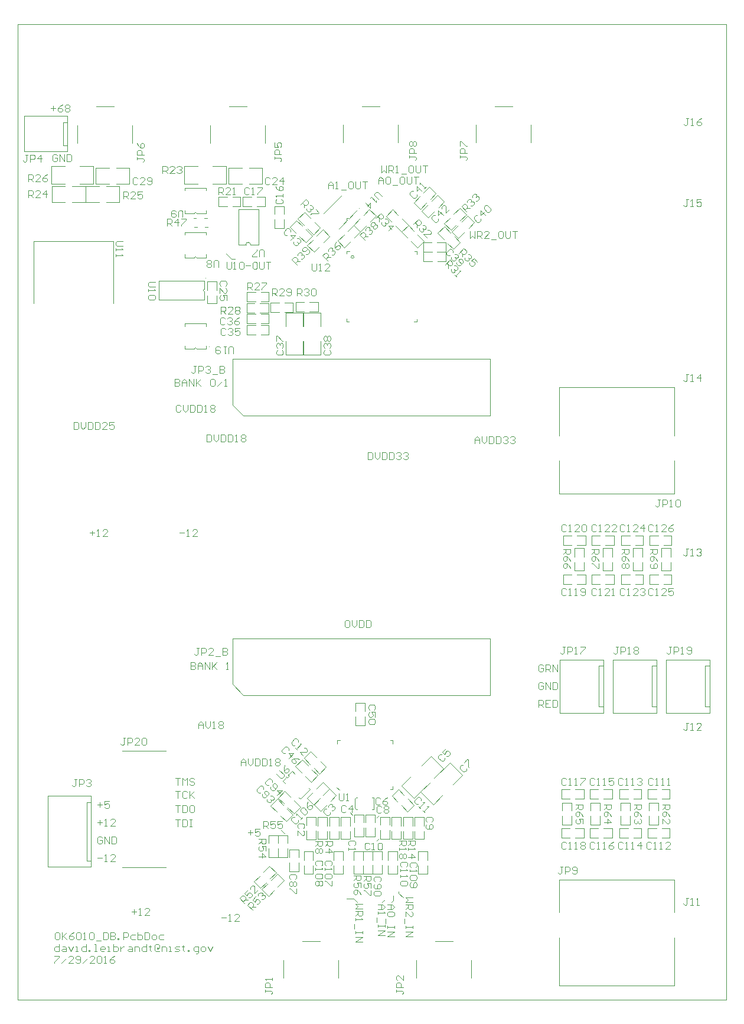
<source format=gto>
G04 Layer_Color=65535*
%FSLAX23Y23*%
%MOIN*%
G70*
G01*
G75*
D15*
X1869Y4404D02*
G03*
X1860Y4395I-5J-5D01*
G01*
X1515Y1254D02*
G03*
X1528Y1267I7J7D01*
G01*
X1314Y4257D02*
G03*
X1289Y4257I-13J0D01*
G01*
X1053Y4006D02*
G03*
X1053Y3993I0J-6D01*
G01*
X2355Y329D02*
X2455D01*
X2560Y124D02*
Y224D01*
X2250Y124D02*
Y224D01*
X1605Y329D02*
X1705D01*
X1810Y124D02*
Y224D01*
X1500Y124D02*
Y224D01*
X90Y3927D02*
Y4277D01*
X540Y3927D02*
Y4277D01*
X90D02*
X540D01*
X389Y783D02*
Y1048D01*
Y1113D01*
X414D01*
X169Y1148D02*
X414D01*
Y748D02*
Y1148D01*
X169Y748D02*
Y1148D01*
X389Y783D02*
X414D01*
X169Y748D02*
X414D01*
X993Y4407D02*
X1008D01*
X1054D02*
X1069D01*
X997Y4357D02*
X1012D01*
X1058D02*
X1073D01*
X1810Y4517D02*
X1830Y4537D01*
X1726Y4434D02*
X1747Y4454D01*
X1896Y4431D02*
X1916Y4451D01*
X1812Y4347D02*
X1832Y4367D01*
X1860Y4395D01*
X1869Y4404D02*
X1896Y4431D01*
X1747Y4454D02*
X1810Y4517D01*
X1528Y1267D02*
X1549Y1288D01*
X1563Y1274D01*
X1495Y1234D02*
X1515Y1254D01*
X1495Y1234D02*
X1509Y1219D01*
X1588Y1140D02*
X1596Y1132D01*
X1651Y1186D01*
X1642Y1194D02*
X1651Y1186D01*
X2118Y1185D02*
Y1202D01*
X2102Y1185D02*
X2118D01*
X2102Y1461D02*
X2118D01*
Y1444D02*
Y1461D01*
X1804D02*
X1820D01*
X1800Y1197D02*
X1815Y1182D01*
X1804Y1444D02*
Y1461D01*
X2240Y4218D02*
X2252D01*
Y4204D02*
Y4218D01*
Y3824D02*
Y3836D01*
X2238Y3824D02*
X2252D01*
X1858D02*
X1870D01*
X1858D02*
Y3838D01*
Y4206D02*
Y4218D01*
X1872D01*
X1903Y1081D02*
X1910Y1073D01*
X1903Y1081D02*
Y1132D01*
X1910Y1073D02*
X1918Y1073D01*
X1910Y1140D02*
X1918Y1140D01*
X1903Y1132D02*
X1910Y1140D01*
X2001Y1073D02*
X2009D01*
Y1140D01*
Y1136D02*
Y1140D01*
X2001D02*
X2009D01*
X1314Y4257D02*
X1359D01*
X1245D02*
X1289D01*
X1245D02*
Y4457D01*
X1359D01*
Y4257D02*
Y4457D01*
X1053Y4006D02*
Y4053D01*
Y3946D02*
Y3993D01*
X797Y3946D02*
X1053D01*
X797D02*
Y4053D01*
X1053D01*
X442Y5035D02*
X542D01*
X647Y4830D02*
Y4930D01*
X337Y4830D02*
Y4930D01*
X35Y4782D02*
Y4982D01*
X280Y4782D02*
Y4982D01*
X35D02*
X280D01*
X35Y4782D02*
X280D01*
X255Y4947D02*
X280D01*
X255Y4882D02*
Y4947D01*
Y4817D02*
X280D01*
X255D02*
Y4882D01*
X3055Y2854D02*
X3705D01*
X3055D02*
Y3038D01*
Y3180D02*
Y3452D01*
X3705D01*
Y3180D02*
Y3452D01*
Y2854D02*
Y3038D01*
X3634Y2420D02*
Y2465D01*
X3687Y2420D02*
Y2465D01*
Y2495D02*
Y2545D01*
X3634Y2495D02*
Y2545D01*
Y2420D02*
X3687D01*
X3634Y2545D02*
X3687D01*
X3660Y1616D02*
X3905D01*
X3880Y1651D02*
X3905D01*
X3660Y1616D02*
Y1916D01*
X3905Y1616D02*
Y1916D01*
X3660D02*
X3905D01*
X3880Y1881D02*
X3905D01*
X3880Y1816D02*
Y1881D01*
Y1651D02*
Y1816D01*
X3055Y492D02*
Y676D01*
Y78D02*
Y350D01*
Y78D02*
X3705D01*
Y350D01*
Y492D02*
Y676D01*
X3055D02*
X3705D01*
X3360Y1616D02*
X3605D01*
X3580Y1651D02*
X3605D01*
X3360Y1616D02*
Y1916D01*
X3605Y1616D02*
Y1916D01*
X3360D02*
X3605D01*
X3580Y1881D02*
X3605D01*
X3580Y1816D02*
Y1881D01*
Y1651D02*
Y1816D01*
X3060Y1616D02*
X3305D01*
X3280Y1651D02*
X3305D01*
X3060Y1616D02*
Y1916D01*
X3305Y1616D02*
Y1916D01*
X3060D02*
X3305D01*
X3280Y1881D02*
X3305D01*
X3280Y1816D02*
Y1881D01*
Y1651D02*
Y1816D01*
X3080Y2396D02*
X3125D01*
X3080Y2343D02*
X3125D01*
X3155D02*
X3205D01*
X3155Y2396D02*
X3205D01*
X3080Y2343D02*
Y2396D01*
X3205Y2343D02*
Y2396D01*
X3240D02*
X3285D01*
X3240Y2343D02*
X3285D01*
X3315D02*
X3365D01*
X3315Y2396D02*
X3365D01*
X3240Y2343D02*
Y2396D01*
X3365Y2343D02*
Y2396D01*
X3485Y2344D02*
X3530D01*
X3485Y2397D02*
X3530D01*
X3405D02*
X3455D01*
X3405Y2344D02*
X3455D01*
X3530D02*
Y2397D01*
X3405Y2344D02*
Y2397D01*
X3645Y2344D02*
X3690D01*
X3645Y2397D02*
X3690D01*
X3565D02*
X3615D01*
X3565Y2344D02*
X3615D01*
X3690D02*
Y2397D01*
X3565Y2344D02*
Y2397D01*
X3144Y2420D02*
Y2465D01*
X3197Y2420D02*
Y2465D01*
Y2495D02*
Y2545D01*
X3144Y2495D02*
Y2545D01*
Y2420D02*
X3197D01*
X3144Y2545D02*
X3197D01*
X3304Y2420D02*
Y2465D01*
X3357Y2420D02*
Y2465D01*
Y2495D02*
Y2545D01*
X3304Y2495D02*
Y2545D01*
Y2420D02*
X3357D01*
X3304Y2545D02*
X3357D01*
X3474Y2420D02*
Y2465D01*
X3527Y2420D02*
Y2465D01*
Y2495D02*
Y2545D01*
X3474Y2495D02*
Y2545D01*
Y2420D02*
X3527D01*
X3474Y2545D02*
X3527D01*
X3080Y2616D02*
X3125D01*
X3080Y2563D02*
X3125D01*
X3155D02*
X3205D01*
X3155Y2616D02*
X3205D01*
X3080Y2563D02*
Y2616D01*
X3205Y2563D02*
Y2616D01*
X3240D02*
X3285D01*
X3240Y2563D02*
X3285D01*
X3315D02*
X3365D01*
X3315Y2616D02*
X3365D01*
X3240Y2563D02*
Y2616D01*
X3365Y2563D02*
Y2616D01*
X3485Y2564D02*
X3530D01*
X3485Y2617D02*
X3530D01*
X3405D02*
X3455D01*
X3405Y2564D02*
X3455D01*
X3530D02*
Y2617D01*
X3405Y2564D02*
Y2617D01*
X3645Y2564D02*
X3690D01*
X3645Y2617D02*
X3690D01*
X3565D02*
X3615D01*
X3565Y2564D02*
X3615D01*
X3690D02*
Y2617D01*
X3565Y2564D02*
Y2617D01*
X3635Y1134D02*
X3680D01*
X3635Y1187D02*
X3680D01*
X3555D02*
X3605D01*
X3555Y1134D02*
X3605D01*
X3680D02*
Y1187D01*
X3555Y1134D02*
Y1187D01*
X3475Y1134D02*
X3520D01*
X3475Y1187D02*
X3520D01*
X3395D02*
X3445D01*
X3395Y1134D02*
X3445D01*
X3520D02*
Y1187D01*
X3395Y1134D02*
Y1187D01*
X3230Y1186D02*
X3275D01*
X3230Y1133D02*
X3275D01*
X3305D02*
X3355D01*
X3305Y1186D02*
X3355D01*
X3230Y1133D02*
Y1186D01*
X3355Y1133D02*
Y1186D01*
X3070D02*
X3115D01*
X3070Y1133D02*
X3115D01*
X3145D02*
X3195D01*
X3145Y1186D02*
X3195D01*
X3070Y1133D02*
Y1186D01*
X3195Y1133D02*
Y1186D01*
X3616Y1065D02*
Y1110D01*
X3563Y1065D02*
Y1110D01*
Y985D02*
Y1035D01*
X3616Y985D02*
Y1035D01*
X3563Y1110D02*
X3616D01*
X3563Y985D02*
X3616D01*
X3456Y1065D02*
Y1110D01*
X3403Y1065D02*
Y1110D01*
Y985D02*
Y1035D01*
X3456Y985D02*
Y1035D01*
X3403Y1110D02*
X3456D01*
X3403Y985D02*
X3456D01*
X3286Y1065D02*
Y1110D01*
X3233Y1065D02*
Y1110D01*
Y985D02*
Y1035D01*
X3286Y985D02*
Y1035D01*
X3233Y1110D02*
X3286D01*
X3233Y985D02*
X3286D01*
X3126Y1065D02*
Y1110D01*
X3073Y1065D02*
Y1110D01*
Y985D02*
Y1035D01*
X3126Y985D02*
Y1035D01*
X3073Y1110D02*
X3126D01*
X3073Y985D02*
X3126D01*
X3635Y914D02*
X3680D01*
X3635Y967D02*
X3680D01*
X3555D02*
X3605D01*
X3555Y914D02*
X3605D01*
X3680D02*
Y967D01*
X3555Y914D02*
Y967D01*
X3475Y914D02*
X3520D01*
X3475Y967D02*
X3520D01*
X3395D02*
X3445D01*
X3395Y914D02*
X3445D01*
X3520D02*
Y967D01*
X3395Y914D02*
Y967D01*
X3230Y966D02*
X3275D01*
X3230Y913D02*
X3275D01*
X3305D02*
X3355D01*
X3305Y966D02*
X3355D01*
X3230Y913D02*
Y966D01*
X3355Y913D02*
Y966D01*
X3070D02*
X3115D01*
X3070Y913D02*
X3115D01*
X3145D02*
X3195D01*
X3145Y966D02*
X3195D01*
X3070Y913D02*
Y966D01*
X3195Y913D02*
Y966D01*
X1782Y710D02*
Y755D01*
X1835Y710D02*
Y755D01*
Y785D02*
Y835D01*
X1782Y785D02*
Y835D01*
Y710D02*
X1835D01*
X1782Y835D02*
X1835D01*
X1615Y710D02*
Y755D01*
X1668Y710D02*
Y755D01*
Y785D02*
Y835D01*
X1615Y785D02*
Y835D01*
Y710D02*
X1668D01*
X1615Y835D02*
X1668D01*
X2259Y710D02*
Y755D01*
X2312Y710D02*
Y755D01*
Y785D02*
Y835D01*
X2259Y785D02*
Y835D01*
Y710D02*
X2312D01*
X2259Y835D02*
X2312D01*
X2089Y710D02*
Y755D01*
X2142Y710D02*
Y755D01*
Y785D02*
Y835D01*
X2089Y785D02*
Y835D01*
Y710D02*
X2142D01*
X2089Y835D02*
X2142D01*
X1634Y1137D02*
X1666Y1169D01*
X1671Y1100D02*
X1703Y1131D01*
X1724Y1153D02*
X1760Y1188D01*
X1687Y1190D02*
X1722Y1225D01*
X1634Y1137D02*
X1671Y1100D01*
X1722Y1225D02*
X1760Y1188D01*
X1522Y881D02*
Y926D01*
X1469Y881D02*
Y926D01*
Y801D02*
Y851D01*
X1522Y801D02*
Y851D01*
X1469Y926D02*
X1522D01*
X1469Y801D02*
X1522D01*
X1469Y881D02*
Y926D01*
X1416Y881D02*
Y926D01*
Y801D02*
Y851D01*
X1469Y801D02*
Y851D01*
X1416Y926D02*
X1469D01*
X1416Y801D02*
X1469D01*
X1896Y710D02*
Y755D01*
X1949Y710D02*
Y755D01*
Y785D02*
Y835D01*
X1896Y785D02*
Y835D01*
Y710D02*
X1949D01*
X1896Y835D02*
X1949D01*
Y710D02*
Y755D01*
X2002Y710D02*
Y755D01*
Y785D02*
Y835D01*
X1949Y785D02*
Y835D01*
Y710D02*
X2002D01*
X1949Y835D02*
X2002D01*
X1333Y665D02*
X1365Y697D01*
X1370Y628D02*
X1402Y659D01*
X1423Y681D02*
X1459Y716D01*
X1386Y718D02*
X1421Y753D01*
X1333Y665D02*
X1370Y628D01*
X1421Y753D02*
X1459Y716D01*
X1378Y621D02*
X1410Y653D01*
X1415Y584D02*
X1447Y615D01*
X1468Y637D02*
X1504Y672D01*
X1431Y674D02*
X1466Y709D01*
X1378Y621D02*
X1415Y584D01*
X1466Y709D02*
X1504Y672D01*
X1175Y4205D02*
X1205Y4175D01*
X1225D01*
X2371Y4321D02*
X2409Y4358D01*
X2460Y4232D02*
X2497Y4270D01*
X2371Y4321D02*
X2407Y4285D01*
X2409Y4358D02*
X2444Y4323D01*
X2465Y4302D02*
X2497Y4270D01*
X2428Y4264D02*
X2460Y4232D01*
X1942Y5037D02*
X2042D01*
X2147Y4832D02*
Y4932D01*
X1837Y4832D02*
Y4932D01*
X2692Y5037D02*
X2792D01*
X2897Y4832D02*
Y4932D01*
X2587Y4832D02*
Y4932D01*
X1192Y5035D02*
X1292D01*
X1397Y4830D02*
Y4930D01*
X1087Y4830D02*
Y4930D01*
X1760Y905D02*
Y950D01*
X1813Y905D02*
Y950D01*
Y980D02*
Y1030D01*
X1760Y980D02*
Y1030D01*
Y905D02*
X1813D01*
X1760Y1030D02*
X1813D01*
X1683Y984D02*
Y1029D01*
X1630Y984D02*
Y1029D01*
Y904D02*
Y954D01*
X1683Y904D02*
Y954D01*
X1630Y1029D02*
X1683D01*
X1630Y904D02*
X1683D01*
X1694Y905D02*
Y950D01*
X1747Y905D02*
Y950D01*
Y980D02*
Y1030D01*
X1694Y980D02*
Y1030D01*
Y905D02*
X1747D01*
X1694Y1030D02*
X1747D01*
X1766Y1119D02*
X1798Y1151D01*
X1728Y1156D02*
X1760Y1188D01*
X1672Y1100D02*
X1707Y1135D01*
X1709Y1062D02*
X1745Y1098D01*
X1760Y1188D02*
X1798Y1151D01*
X1672Y1100D02*
X1709Y1062D01*
X1953Y999D02*
Y1044D01*
X1900Y999D02*
Y1044D01*
Y919D02*
Y969D01*
X1953Y919D02*
Y969D01*
X1900Y1044D02*
X1953D01*
X1900Y919D02*
X1953D01*
X2016Y999D02*
Y1044D01*
X1963Y999D02*
Y1044D01*
Y919D02*
Y969D01*
X2016Y919D02*
Y969D01*
X1963Y1044D02*
X2016D01*
X1963Y919D02*
X2016D01*
X2177Y905D02*
Y950D01*
X2230Y905D02*
Y950D01*
Y980D02*
Y1030D01*
X2177Y980D02*
Y1030D01*
Y905D02*
X2230D01*
X2177Y1030D02*
X2230D01*
X2241Y905D02*
Y950D01*
X2294Y905D02*
Y950D01*
Y980D02*
Y1030D01*
X2241Y980D02*
Y1030D01*
Y905D02*
X2294D01*
X2241Y1030D02*
X2294D01*
X2101Y985D02*
Y1030D01*
X2048Y985D02*
Y1030D01*
Y905D02*
Y955D01*
X2101Y905D02*
Y955D01*
X2048Y1030D02*
X2101D01*
X2048Y905D02*
X2101D01*
X2110D02*
Y950D01*
X2163Y905D02*
Y950D01*
Y980D02*
Y1030D01*
X2110Y980D02*
Y1030D01*
Y905D02*
X2163D01*
X2110Y1030D02*
X2163D01*
X2149Y1186D02*
X2181Y1154D01*
X2112Y1148D02*
X2144Y1116D01*
X2165Y1095D02*
X2200Y1060D01*
X2202Y1133D02*
X2238Y1097D01*
X2112Y1148D02*
X2149Y1186D01*
X2200Y1060D02*
X2238Y1097D01*
X1823Y905D02*
Y950D01*
X1876Y905D02*
Y950D01*
Y980D02*
Y1030D01*
X1823Y980D02*
Y1030D01*
Y905D02*
X1876D01*
X1823Y1030D02*
X1876D01*
X2415Y4217D02*
Y4270D01*
X2290Y4217D02*
Y4270D01*
X2365D02*
X2415D01*
X2365Y4217D02*
X2415D01*
X2290D02*
X2335D01*
X2290Y4270D02*
X2335D01*
X1133Y4474D02*
Y4527D01*
X1258Y4474D02*
Y4527D01*
X1133Y4474D02*
X1183D01*
X1133Y4527D02*
X1183D01*
X1213D02*
X1258D01*
X1213Y4474D02*
X1258D01*
X2290Y4164D02*
Y4217D01*
X2415Y4164D02*
Y4217D01*
X2290Y4164D02*
X2340D01*
X2290Y4217D02*
X2340D01*
X2370D02*
X2415D01*
X2370Y4164D02*
X2415D01*
X2256Y4240D02*
X2294Y4277D01*
X2168Y4328D02*
X2205Y4366D01*
X2258Y4313D02*
X2294Y4277D01*
X2221Y4275D02*
X2256Y4240D01*
X2168Y4328D02*
X2200Y4296D01*
X2205Y4366D02*
X2237Y4334D01*
X2496Y4464D02*
X2533Y4426D01*
X2407Y4375D02*
X2445Y4338D01*
X2460Y4428D02*
X2496Y4464D01*
X2498Y4391D02*
X2533Y4426D01*
X2445Y4338D02*
X2477Y4370D01*
X2407Y4375D02*
X2439Y4407D01*
X2167Y4329D02*
X2205Y4366D01*
X2079Y4417D02*
X2116Y4455D01*
X2169Y4402D02*
X2205Y4366D01*
X2132Y4364D02*
X2167Y4329D01*
X2079Y4417D02*
X2111Y4385D01*
X2116Y4455D02*
X2148Y4423D01*
X1807Y4278D02*
X1844Y4240D01*
X1895Y4366D02*
X1933Y4329D01*
X1844Y4240D02*
X1880Y4276D01*
X1807Y4278D02*
X1842Y4313D01*
X1863Y4334D02*
X1895Y4366D01*
X1901Y4297D02*
X1933Y4329D01*
X1581Y4403D02*
X1619Y4440D01*
X1670Y4314D02*
X1707Y4352D01*
X1581Y4403D02*
X1617Y4367D01*
X1619Y4440D02*
X1654Y4405D01*
X1675Y4384D02*
X1707Y4352D01*
X1638Y4346D02*
X1670Y4314D01*
X1896Y4367D02*
X1933Y4329D01*
X1984Y4455D02*
X2022Y4418D01*
X1933Y4329D02*
X1969Y4365D01*
X1896Y4367D02*
X1931Y4402D01*
X1952Y4423D02*
X1984Y4455D01*
X1990Y4386D02*
X2022Y4418D01*
X1723Y4341D02*
X1760Y4303D01*
X1634Y4252D02*
X1672Y4215D01*
X1687Y4305D02*
X1723Y4341D01*
X1725Y4268D02*
X1760Y4303D01*
X1672Y4215D02*
X1704Y4247D01*
X1634Y4252D02*
X1666Y4284D01*
X1696Y3878D02*
Y3931D01*
X1571Y3878D02*
Y3931D01*
X1646D02*
X1696D01*
X1646Y3878D02*
X1696D01*
X1571D02*
X1616D01*
X1571Y3931D02*
X1616D01*
X1428Y3877D02*
Y3930D01*
X1553Y3877D02*
Y3930D01*
X1428Y3877D02*
X1478D01*
X1428Y3930D02*
X1478D01*
X1508D02*
X1553D01*
X1508Y3877D02*
X1553D01*
X1417Y3874D02*
Y3927D01*
X1292Y3874D02*
Y3927D01*
X1367D02*
X1417D01*
X1367Y3874D02*
X1417D01*
X1292D02*
X1337D01*
X1292Y3927D02*
X1337D01*
X1292Y3936D02*
Y3989D01*
X1417Y3936D02*
Y3989D01*
X1292Y3936D02*
X1342D01*
X1292Y3989D02*
X1342D01*
X1372D02*
X1417D01*
X1372Y3936D02*
X1417D01*
X1625Y4268D02*
X1663Y4305D01*
X1537Y4356D02*
X1574Y4394D01*
X1627Y4341D02*
X1663Y4305D01*
X1590Y4303D02*
X1625Y4268D01*
X1537Y4356D02*
X1569Y4324D01*
X1574Y4394D02*
X1606Y4362D01*
X2451Y4330D02*
X2488Y4292D01*
X2539Y4418D02*
X2577Y4381D01*
X2488Y4292D02*
X2524Y4328D01*
X2451Y4330D02*
X2486Y4365D01*
X2507Y4386D02*
X2539Y4418D01*
X2545Y4349D02*
X2577Y4381D01*
X1292Y3812D02*
Y3865D01*
X1417Y3812D02*
Y3865D01*
X1292Y3812D02*
X1342D01*
X1292Y3865D02*
X1342D01*
X1372D02*
X1417D01*
X1372Y3812D02*
X1417D01*
X1292Y3750D02*
Y3803D01*
X1417Y3750D02*
Y3803D01*
X1292Y3750D02*
X1342D01*
X1292Y3803D02*
X1342D01*
X1372D02*
X1417D01*
X1372Y3750D02*
X1417D01*
X1451Y4348D02*
X1504D01*
X1451Y4473D02*
X1504D01*
Y4348D02*
Y4398D01*
X1451Y4348D02*
Y4398D01*
Y4428D02*
Y4473D01*
X1504Y4428D02*
Y4473D01*
X1271Y4474D02*
Y4527D01*
X1396Y4474D02*
Y4527D01*
X1271Y4474D02*
X1321D01*
X1271Y4527D02*
X1321D01*
X1351D02*
X1396D01*
X1351Y4474D02*
X1396D01*
X1615Y1363D02*
X1653Y1400D01*
X1704Y1274D02*
X1741Y1312D01*
X1615Y1363D02*
X1651Y1327D01*
X1653Y1400D02*
X1688Y1365D01*
X1709Y1344D02*
X1741Y1312D01*
X1672Y1306D02*
X1704Y1274D01*
X1567Y1316D02*
X1605Y1353D01*
X1656Y1227D02*
X1693Y1265D01*
X1567Y1316D02*
X1603Y1280D01*
X1605Y1353D02*
X1640Y1318D01*
X1661Y1297D02*
X1693Y1265D01*
X1624Y1259D02*
X1656Y1227D01*
X1906Y1547D02*
X1959D01*
X1906Y1672D02*
X1959D01*
Y1547D02*
Y1597D01*
X1906Y1547D02*
Y1597D01*
Y1627D02*
Y1672D01*
X1959Y1627D02*
Y1672D01*
X1559Y1049D02*
X1597Y1086D01*
X1471Y1137D02*
X1508Y1175D01*
X1561Y1122D02*
X1597Y1086D01*
X1524Y1084D02*
X1559Y1049D01*
X1471Y1137D02*
X1503Y1105D01*
X1508Y1175D02*
X1540Y1143D01*
X1427Y1094D02*
X1465Y1131D01*
X1516Y1005D02*
X1553Y1043D01*
X1427Y1094D02*
X1463Y1058D01*
X1465Y1131D02*
X1500Y1096D01*
X1521Y1075D02*
X1553Y1043D01*
X1484Y1037D02*
X1516Y1005D01*
X2002Y710D02*
X2055D01*
X2002Y835D02*
X2055D01*
Y710D02*
Y760D01*
X2002Y710D02*
Y760D01*
Y790D02*
Y835D01*
X2055Y790D02*
Y835D01*
X1534Y721D02*
X1587D01*
X1534Y846D02*
X1587D01*
Y721D02*
Y771D01*
X1534Y721D02*
Y771D01*
Y801D02*
Y846D01*
X1587Y801D02*
Y846D01*
X1070Y4050D02*
X1123D01*
X1070Y3925D02*
X1123D01*
X1070Y4000D02*
Y4050D01*
X1123Y4000D02*
Y4050D01*
Y3925D02*
Y3970D01*
X1070Y3925D02*
Y3970D01*
X2235Y4494D02*
X2272Y4456D01*
X2323Y4582D02*
X2361Y4545D01*
X2272Y4456D02*
X2308Y4492D01*
X2235Y4494D02*
X2270Y4529D01*
X2291Y4550D02*
X2323Y4582D01*
X2329Y4513D02*
X2361Y4545D01*
X2281Y4447D02*
X2318Y4409D01*
X2369Y4535D02*
X2407Y4498D01*
X2318Y4409D02*
X2354Y4445D01*
X2281Y4447D02*
X2316Y4482D01*
X2337Y4503D02*
X2369Y4535D01*
X2375Y4466D02*
X2407Y4498D01*
X2025Y895D02*
X2040Y910D01*
X2025Y1025D02*
X2040Y1040D01*
X1875Y1055D02*
X1890Y1040D01*
X2120Y560D02*
Y585D01*
X2110Y550D02*
X2120Y560D01*
X2065D02*
X2070D01*
X2055Y550D02*
X2065Y560D01*
X2150Y600D02*
X2175Y575D01*
X2150Y600D02*
Y610D01*
X1485Y955D02*
X1505Y935D01*
X1895Y570D02*
X1915Y550D01*
X1855Y570D02*
X1895D01*
X3691Y1988D02*
X3678D01*
X3684D01*
Y1955D01*
X3678Y1948D01*
X3671D01*
X3664Y1955D01*
X3704Y1948D02*
Y1988D01*
X3724D01*
X3731Y1981D01*
Y1968D01*
X3724Y1961D01*
X3704D01*
X3744Y1948D02*
X3758D01*
X3751D01*
Y1988D01*
X3744Y1981D01*
X3778Y1955D02*
X3784Y1948D01*
X3798D01*
X3804Y1955D01*
Y1981D01*
X3798Y1988D01*
X3784D01*
X3778Y1981D01*
Y1975D01*
X3784Y1968D01*
X3804D01*
X3391Y1988D02*
X3378D01*
X3384D01*
Y1955D01*
X3378Y1948D01*
X3371D01*
X3364Y1955D01*
X3404Y1948D02*
Y1988D01*
X3424D01*
X3431Y1981D01*
Y1968D01*
X3424Y1961D01*
X3404D01*
X3444Y1948D02*
X3458D01*
X3451D01*
Y1988D01*
X3444Y1981D01*
X3478D02*
X3484Y1988D01*
X3498D01*
X3504Y1981D01*
Y1975D01*
X3498Y1968D01*
X3504Y1961D01*
Y1955D01*
X3498Y1948D01*
X3484D01*
X3478Y1955D01*
Y1961D01*
X3484Y1968D01*
X3478Y1975D01*
Y1981D01*
X3484Y1968D02*
X3498D01*
X3091Y1988D02*
X3078D01*
X3084D01*
Y1955D01*
X3078Y1948D01*
X3071D01*
X3064Y1955D01*
X3104Y1948D02*
Y1988D01*
X3124D01*
X3131Y1981D01*
Y1968D01*
X3124Y1961D01*
X3104D01*
X3144Y1948D02*
X3158D01*
X3151D01*
Y1988D01*
X3144Y1981D01*
X3178Y1988D02*
X3204D01*
Y1981D01*
X3178Y1955D01*
Y1948D01*
X3570Y2540D02*
X3610D01*
Y2520D01*
X3603Y2513D01*
X3590D01*
X3583Y2520D01*
Y2540D01*
Y2527D02*
X3570Y2513D01*
X3610Y2473D02*
X3603Y2487D01*
X3590Y2500D01*
X3577D01*
X3570Y2493D01*
Y2480D01*
X3577Y2473D01*
X3583D01*
X3590Y2480D01*
Y2500D01*
X3577Y2460D02*
X3570Y2453D01*
Y2440D01*
X3577Y2433D01*
X3603D01*
X3610Y2440D01*
Y2453D01*
X3603Y2460D01*
X3597D01*
X3590Y2453D01*
Y2433D01*
X3410Y2540D02*
X3450D01*
Y2520D01*
X3443Y2513D01*
X3430D01*
X3423Y2520D01*
Y2540D01*
Y2527D02*
X3410Y2513D01*
X3450Y2473D02*
X3443Y2487D01*
X3430Y2500D01*
X3417D01*
X3410Y2493D01*
Y2480D01*
X3417Y2473D01*
X3423D01*
X3430Y2480D01*
Y2500D01*
X3443Y2460D02*
X3450Y2453D01*
Y2440D01*
X3443Y2433D01*
X3437D01*
X3430Y2440D01*
X3423Y2433D01*
X3417D01*
X3410Y2440D01*
Y2453D01*
X3417Y2460D01*
X3423D01*
X3430Y2453D01*
X3437Y2460D01*
X3443D01*
X3430Y2453D02*
Y2440D01*
X3240Y2540D02*
X3280D01*
Y2520D01*
X3273Y2513D01*
X3260D01*
X3253Y2520D01*
Y2540D01*
Y2527D02*
X3240Y2513D01*
X3280Y2473D02*
X3273Y2487D01*
X3260Y2500D01*
X3247D01*
X3240Y2493D01*
Y2480D01*
X3247Y2473D01*
X3253D01*
X3260Y2480D01*
Y2500D01*
X3280Y2460D02*
Y2433D01*
X3273D01*
X3247Y2460D01*
X3240D01*
X3080Y2540D02*
X3120D01*
Y2520D01*
X3113Y2513D01*
X3100D01*
X3093Y2520D01*
Y2540D01*
Y2527D02*
X3080Y2513D01*
X3120Y2473D02*
X3113Y2487D01*
X3100Y2500D01*
X3087D01*
X3080Y2493D01*
Y2480D01*
X3087Y2473D01*
X3093D01*
X3100Y2480D01*
Y2500D01*
X3120Y2433D02*
X3113Y2447D01*
X3100Y2460D01*
X3087D01*
X3080Y2453D01*
Y2440D01*
X3087Y2433D01*
X3093D01*
X3100Y2440D01*
Y2460D01*
X3150Y1100D02*
X3190D01*
Y1080D01*
X3183Y1073D01*
X3170D01*
X3163Y1080D01*
Y1100D01*
Y1087D02*
X3150Y1073D01*
X3190Y1033D02*
X3183Y1047D01*
X3170Y1060D01*
X3157D01*
X3150Y1053D01*
Y1040D01*
X3157Y1033D01*
X3163D01*
X3170Y1040D01*
Y1060D01*
X3190Y993D02*
Y1020D01*
X3170D01*
X3177Y1007D01*
Y1000D01*
X3170Y993D01*
X3157D01*
X3150Y1000D01*
Y1013D01*
X3157Y1020D01*
X3310Y1100D02*
X3350D01*
Y1080D01*
X3343Y1073D01*
X3330D01*
X3323Y1080D01*
Y1100D01*
Y1087D02*
X3310Y1073D01*
X3350Y1033D02*
X3343Y1047D01*
X3330Y1060D01*
X3317D01*
X3310Y1053D01*
Y1040D01*
X3317Y1033D01*
X3323D01*
X3330Y1040D01*
Y1060D01*
X3310Y1000D02*
X3350D01*
X3330Y1020D01*
Y993D01*
X3480Y1100D02*
X3520D01*
Y1080D01*
X3513Y1073D01*
X3500D01*
X3493Y1080D01*
Y1100D01*
Y1087D02*
X3480Y1073D01*
X3520Y1033D02*
X3513Y1047D01*
X3500Y1060D01*
X3487D01*
X3480Y1053D01*
Y1040D01*
X3487Y1033D01*
X3493D01*
X3500Y1040D01*
Y1060D01*
X3513Y1020D02*
X3520Y1013D01*
Y1000D01*
X3513Y993D01*
X3507D01*
X3500Y1000D01*
Y1007D01*
Y1000D01*
X3493Y993D01*
X3487D01*
X3480Y1000D01*
Y1013D01*
X3487Y1020D01*
X3640Y1100D02*
X3680D01*
Y1080D01*
X3673Y1073D01*
X3660D01*
X3653Y1080D01*
Y1100D01*
Y1087D02*
X3640Y1073D01*
X3680Y1033D02*
X3673Y1047D01*
X3660Y1060D01*
X3647D01*
X3640Y1053D01*
Y1040D01*
X3647Y1033D01*
X3653D01*
X3660Y1040D01*
Y1060D01*
X3640Y993D02*
Y1020D01*
X3667Y993D01*
X3673D01*
X3680Y1000D01*
Y1013D01*
X3673Y1020D01*
X3627Y2820D02*
X3613D01*
X3620D01*
Y2787D01*
X3613Y2780D01*
X3607D01*
X3600Y2787D01*
X3640Y2780D02*
Y2820D01*
X3660D01*
X3667Y2813D01*
Y2800D01*
X3660Y2793D01*
X3640D01*
X3680Y2780D02*
X3693D01*
X3687D01*
Y2820D01*
X3680Y2813D01*
X3713D02*
X3720Y2820D01*
X3733D01*
X3740Y2813D01*
Y2787D01*
X3733Y2780D01*
X3720D01*
X3713Y2787D01*
Y2813D01*
X3077Y750D02*
X3063D01*
X3070D01*
Y717D01*
X3063Y710D01*
X3057D01*
X3050Y717D01*
X3090Y710D02*
Y750D01*
X3110D01*
X3117Y743D01*
Y730D01*
X3110Y723D01*
X3090D01*
X3130Y717D02*
X3137Y710D01*
X3150D01*
X3157Y717D01*
Y743D01*
X3150Y750D01*
X3137D01*
X3130Y743D01*
Y737D01*
X3137Y730D01*
X3157D01*
X3587Y2673D02*
X3580Y2680D01*
X3567D01*
X3560Y2673D01*
Y2647D01*
X3567Y2640D01*
X3580D01*
X3587Y2647D01*
X3600Y2640D02*
X3613D01*
X3607D01*
Y2680D01*
X3600Y2673D01*
X3660Y2640D02*
X3633D01*
X3660Y2667D01*
Y2673D01*
X3653Y2680D01*
X3640D01*
X3633Y2673D01*
X3700Y2680D02*
X3687Y2673D01*
X3673Y2660D01*
Y2647D01*
X3680Y2640D01*
X3693D01*
X3700Y2647D01*
Y2653D01*
X3693Y2660D01*
X3673D01*
X3587Y2313D02*
X3580Y2320D01*
X3567D01*
X3560Y2313D01*
Y2287D01*
X3567Y2280D01*
X3580D01*
X3587Y2287D01*
X3600Y2280D02*
X3613D01*
X3607D01*
Y2320D01*
X3600Y2313D01*
X3660Y2280D02*
X3633D01*
X3660Y2307D01*
Y2313D01*
X3653Y2320D01*
X3640D01*
X3633Y2313D01*
X3700Y2320D02*
X3673D01*
Y2300D01*
X3687Y2307D01*
X3693D01*
X3700Y2300D01*
Y2287D01*
X3693Y2280D01*
X3680D01*
X3673Y2287D01*
X3427Y2673D02*
X3420Y2680D01*
X3407D01*
X3400Y2673D01*
Y2647D01*
X3407Y2640D01*
X3420D01*
X3427Y2647D01*
X3440Y2640D02*
X3453D01*
X3447D01*
Y2680D01*
X3440Y2673D01*
X3500Y2640D02*
X3473D01*
X3500Y2667D01*
Y2673D01*
X3493Y2680D01*
X3480D01*
X3473Y2673D01*
X3533Y2640D02*
Y2680D01*
X3513Y2660D01*
X3540D01*
X3427Y2313D02*
X3420Y2320D01*
X3407D01*
X3400Y2313D01*
Y2287D01*
X3407Y2280D01*
X3420D01*
X3427Y2287D01*
X3440Y2280D02*
X3453D01*
X3447D01*
Y2320D01*
X3440Y2313D01*
X3500Y2280D02*
X3473D01*
X3500Y2307D01*
Y2313D01*
X3493Y2320D01*
X3480D01*
X3473Y2313D01*
X3513D02*
X3520Y2320D01*
X3533D01*
X3540Y2313D01*
Y2307D01*
X3533Y2300D01*
X3527D01*
X3533D01*
X3540Y2293D01*
Y2287D01*
X3533Y2280D01*
X3520D01*
X3513Y2287D01*
X3267Y2673D02*
X3260Y2680D01*
X3247D01*
X3240Y2673D01*
Y2647D01*
X3247Y2640D01*
X3260D01*
X3267Y2647D01*
X3280Y2640D02*
X3293D01*
X3287D01*
Y2680D01*
X3280Y2673D01*
X3340Y2640D02*
X3313D01*
X3340Y2667D01*
Y2673D01*
X3333Y2680D01*
X3320D01*
X3313Y2673D01*
X3380Y2640D02*
X3353D01*
X3380Y2667D01*
Y2673D01*
X3373Y2680D01*
X3360D01*
X3353Y2673D01*
X3267Y2313D02*
X3260Y2320D01*
X3247D01*
X3240Y2313D01*
Y2287D01*
X3247Y2280D01*
X3260D01*
X3267Y2287D01*
X3280Y2280D02*
X3293D01*
X3287D01*
Y2320D01*
X3280Y2313D01*
X3340Y2280D02*
X3313D01*
X3340Y2307D01*
Y2313D01*
X3333Y2320D01*
X3320D01*
X3313Y2313D01*
X3353Y2280D02*
X3367D01*
X3360D01*
Y2320D01*
X3353Y2313D01*
X3097Y2673D02*
X3090Y2680D01*
X3077D01*
X3070Y2673D01*
Y2647D01*
X3077Y2640D01*
X3090D01*
X3097Y2647D01*
X3110Y2640D02*
X3123D01*
X3117D01*
Y2680D01*
X3110Y2673D01*
X3170Y2640D02*
X3143D01*
X3170Y2667D01*
Y2673D01*
X3163Y2680D01*
X3150D01*
X3143Y2673D01*
X3183D02*
X3190Y2680D01*
X3203D01*
X3210Y2673D01*
Y2647D01*
X3203Y2640D01*
X3190D01*
X3183Y2647D01*
Y2673D01*
X3097Y2313D02*
X3090Y2320D01*
X3077D01*
X3070Y2313D01*
Y2287D01*
X3077Y2280D01*
X3090D01*
X3097Y2287D01*
X3110Y2280D02*
X3123D01*
X3117D01*
Y2320D01*
X3110Y2313D01*
X3143Y2280D02*
X3157D01*
X3150D01*
Y2320D01*
X3143Y2313D01*
X3177Y2287D02*
X3183Y2280D01*
X3197D01*
X3203Y2287D01*
Y2313D01*
X3197Y2320D01*
X3183D01*
X3177Y2313D01*
Y2307D01*
X3183Y2300D01*
X3203D01*
X3097Y883D02*
X3090Y890D01*
X3077D01*
X3070Y883D01*
Y857D01*
X3077Y850D01*
X3090D01*
X3097Y857D01*
X3110Y850D02*
X3123D01*
X3117D01*
Y890D01*
X3110Y883D01*
X3143Y850D02*
X3157D01*
X3150D01*
Y890D01*
X3143Y883D01*
X3177D02*
X3183Y890D01*
X3197D01*
X3203Y883D01*
Y877D01*
X3197Y870D01*
X3203Y863D01*
Y857D01*
X3197Y850D01*
X3183D01*
X3177Y857D01*
Y863D01*
X3183Y870D01*
X3177Y877D01*
Y883D01*
X3183Y870D02*
X3197D01*
X3097Y1243D02*
X3090Y1250D01*
X3077D01*
X3070Y1243D01*
Y1217D01*
X3077Y1210D01*
X3090D01*
X3097Y1217D01*
X3110Y1210D02*
X3123D01*
X3117D01*
Y1250D01*
X3110Y1243D01*
X3143Y1210D02*
X3157D01*
X3150D01*
Y1250D01*
X3143Y1243D01*
X3177Y1250D02*
X3203D01*
Y1243D01*
X3177Y1217D01*
Y1210D01*
X3257Y883D02*
X3250Y890D01*
X3237D01*
X3230Y883D01*
Y857D01*
X3237Y850D01*
X3250D01*
X3257Y857D01*
X3270Y850D02*
X3283D01*
X3277D01*
Y890D01*
X3270Y883D01*
X3303Y850D02*
X3317D01*
X3310D01*
Y890D01*
X3303Y883D01*
X3363Y890D02*
X3350Y883D01*
X3337Y870D01*
Y857D01*
X3343Y850D01*
X3357D01*
X3363Y857D01*
Y863D01*
X3357Y870D01*
X3337D01*
X3257Y1243D02*
X3250Y1250D01*
X3237D01*
X3230Y1243D01*
Y1217D01*
X3237Y1210D01*
X3250D01*
X3257Y1217D01*
X3270Y1210D02*
X3283D01*
X3277D01*
Y1250D01*
X3270Y1243D01*
X3303Y1210D02*
X3317D01*
X3310D01*
Y1250D01*
X3303Y1243D01*
X3363Y1250D02*
X3337D01*
Y1230D01*
X3350Y1237D01*
X3357D01*
X3363Y1230D01*
Y1217D01*
X3357Y1210D01*
X3343D01*
X3337Y1217D01*
X3417Y883D02*
X3410Y890D01*
X3397D01*
X3390Y883D01*
Y857D01*
X3397Y850D01*
X3410D01*
X3417Y857D01*
X3430Y850D02*
X3443D01*
X3437D01*
Y890D01*
X3430Y883D01*
X3463Y850D02*
X3477D01*
X3470D01*
Y890D01*
X3463Y883D01*
X3517Y850D02*
Y890D01*
X3497Y870D01*
X3523D01*
X3417Y1243D02*
X3410Y1250D01*
X3397D01*
X3390Y1243D01*
Y1217D01*
X3397Y1210D01*
X3410D01*
X3417Y1217D01*
X3430Y1210D02*
X3443D01*
X3437D01*
Y1250D01*
X3430Y1243D01*
X3463Y1210D02*
X3477D01*
X3470D01*
Y1250D01*
X3463Y1243D01*
X3497D02*
X3503Y1250D01*
X3517D01*
X3523Y1243D01*
Y1237D01*
X3517Y1230D01*
X3510D01*
X3517D01*
X3523Y1223D01*
Y1217D01*
X3517Y1210D01*
X3503D01*
X3497Y1217D01*
X3577Y883D02*
X3570Y890D01*
X3557D01*
X3550Y883D01*
Y857D01*
X3557Y850D01*
X3570D01*
X3577Y857D01*
X3590Y850D02*
X3603D01*
X3597D01*
Y890D01*
X3590Y883D01*
X3623Y850D02*
X3637D01*
X3630D01*
Y890D01*
X3623Y883D01*
X3683Y850D02*
X3657D01*
X3683Y877D01*
Y883D01*
X3677Y890D01*
X3663D01*
X3657Y883D01*
X3587Y1243D02*
X3580Y1250D01*
X3567D01*
X3560Y1243D01*
Y1217D01*
X3567Y1210D01*
X3580D01*
X3587Y1217D01*
X3600Y1210D02*
X3613D01*
X3607D01*
Y1250D01*
X3600Y1243D01*
X3633Y1210D02*
X3647D01*
X3640D01*
Y1250D01*
X3633Y1243D01*
X3667Y1210D02*
X3680D01*
X3673D01*
Y1250D01*
X3667Y1243D01*
X3787Y4970D02*
X3773D01*
X3780D01*
Y4937D01*
X3773Y4930D01*
X3767D01*
X3760Y4937D01*
X3800Y4930D02*
X3813D01*
X3807D01*
Y4970D01*
X3800Y4963D01*
X3860Y4970D02*
X3847Y4963D01*
X3833Y4950D01*
Y4937D01*
X3840Y4930D01*
X3853D01*
X3860Y4937D01*
Y4943D01*
X3853Y4950D01*
X3833D01*
X3785Y4511D02*
X3772D01*
X3778D01*
Y4478D01*
X3772Y4471D01*
X3765D01*
X3758Y4478D01*
X3798Y4471D02*
X3812D01*
X3805D01*
Y4511D01*
X3798Y4504D01*
X3858Y4511D02*
X3832D01*
Y4491D01*
X3845Y4498D01*
X3852D01*
X3858Y4491D01*
Y4478D01*
X3852Y4471D01*
X3838D01*
X3832Y4478D01*
X3785Y3527D02*
X3772D01*
X3778D01*
Y3494D01*
X3772Y3487D01*
X3765D01*
X3758Y3494D01*
X3798Y3487D02*
X3812D01*
X3805D01*
Y3527D01*
X3798Y3520D01*
X3852Y3487D02*
Y3527D01*
X3832Y3507D01*
X3858D01*
X3785Y2543D02*
X3772D01*
X3778D01*
Y2510D01*
X3772Y2503D01*
X3765D01*
X3758Y2510D01*
X3798Y2503D02*
X3812D01*
X3805D01*
Y2543D01*
X3798Y2536D01*
X3832D02*
X3838Y2543D01*
X3852D01*
X3858Y2536D01*
Y2530D01*
X3852Y2523D01*
X3845D01*
X3852D01*
X3858Y2516D01*
Y2510D01*
X3852Y2503D01*
X3838D01*
X3832Y2510D01*
X3785Y1559D02*
X3772D01*
X3778D01*
Y1526D01*
X3772Y1519D01*
X3765D01*
X3758Y1526D01*
X3798Y1519D02*
X3812D01*
X3805D01*
Y1559D01*
X3798Y1552D01*
X3858Y1519D02*
X3832D01*
X3858Y1546D01*
Y1552D01*
X3852Y1559D01*
X3838D01*
X3832Y1552D01*
X3785Y574D02*
X3772D01*
X3778D01*
Y541D01*
X3772Y534D01*
X3765D01*
X3758Y541D01*
X3798Y534D02*
X3812D01*
X3805D01*
Y574D01*
X3798Y567D01*
X3832Y534D02*
X3845D01*
X3838D01*
Y574D01*
X3832Y567D01*
X2193Y748D02*
X2199Y755D01*
Y768D01*
X2193Y775D01*
X2166D01*
X2159Y768D01*
Y755D01*
X2166Y748D01*
X2159Y735D02*
Y722D01*
Y728D01*
X2199D01*
X2193Y735D01*
X2159Y702D02*
Y688D01*
Y695D01*
X2199D01*
X2193Y702D01*
Y668D02*
X2199Y662D01*
Y648D01*
X2193Y642D01*
X2166D01*
X2159Y648D01*
Y662D01*
X2166Y668D01*
X2193D01*
X2246Y747D02*
X2252Y754D01*
Y767D01*
X2246Y774D01*
X2219D01*
X2212Y767D01*
Y754D01*
X2219Y747D01*
X2212Y734D02*
Y721D01*
Y727D01*
X2252D01*
X2246Y734D01*
Y701D02*
X2252Y694D01*
Y681D01*
X2246Y674D01*
X2219D01*
X2212Y681D01*
Y694D01*
X2219Y701D01*
X2246D01*
X2219Y661D02*
X2212Y654D01*
Y641D01*
X2219Y634D01*
X2246D01*
X2252Y641D01*
Y654D01*
X2246Y661D01*
X2239D01*
X2232Y654D01*
Y634D01*
X1715Y756D02*
X1721Y763D01*
Y776D01*
X1715Y783D01*
X1688D01*
X1681Y776D01*
Y763D01*
X1688Y756D01*
X1681Y743D02*
Y729D01*
Y736D01*
X1721D01*
X1715Y743D01*
Y709D02*
X1721Y703D01*
Y689D01*
X1715Y683D01*
X1688D01*
X1681Y689D01*
Y703D01*
X1688Y709D01*
X1715D01*
Y669D02*
X1721Y663D01*
Y649D01*
X1715Y643D01*
X1708D01*
X1701Y649D01*
X1695Y643D01*
X1688D01*
X1681Y649D01*
Y663D01*
X1688Y669D01*
X1695D01*
X1701Y663D01*
X1708Y669D01*
X1715D01*
X1701Y663D02*
Y649D01*
X1765Y756D02*
X1772Y763D01*
Y776D01*
X1765Y783D01*
X1739D01*
X1732Y776D01*
Y763D01*
X1739Y756D01*
X1732Y743D02*
Y730D01*
Y736D01*
X1772D01*
X1765Y743D01*
Y710D02*
X1772Y703D01*
Y690D01*
X1765Y683D01*
X1739D01*
X1732Y690D01*
Y703D01*
X1739Y710D01*
X1765D01*
X1772Y670D02*
Y643D01*
X1765D01*
X1739Y670D01*
X1732D01*
X1563Y1030D02*
X1553D01*
X1544Y1021D01*
Y1011D01*
X1563Y992D01*
X1572D01*
X1582Y1002D01*
Y1011D01*
X1596Y1016D02*
X1605Y1025D01*
X1600Y1021D01*
X1572Y1049D01*
Y1040D01*
X1596Y1063D02*
Y1073D01*
X1605Y1082D01*
X1615D01*
X1633Y1063D01*
Y1054D01*
X1624Y1044D01*
X1615D01*
X1596Y1063D01*
X1638Y1115D02*
X1633Y1101D01*
X1633Y1082D01*
X1643Y1073D01*
X1652D01*
X1662Y1082D01*
Y1091D01*
X1657Y1096D01*
X1648D01*
X1633Y1082D01*
X1954Y695D02*
X1994D01*
Y675D01*
X1988Y668D01*
X1974D01*
X1968Y675D01*
Y695D01*
Y682D02*
X1954Y668D01*
X1994Y628D02*
Y655D01*
X1974D01*
X1981Y642D01*
Y635D01*
X1974Y628D01*
X1961D01*
X1954Y635D01*
Y648D01*
X1961Y655D01*
X1994Y615D02*
Y588D01*
X1988D01*
X1961Y615D01*
X1954D01*
X1897Y699D02*
X1937D01*
Y679D01*
X1931Y672D01*
X1917D01*
X1911Y679D01*
Y699D01*
Y686D02*
X1897Y672D01*
X1937Y632D02*
Y659D01*
X1917D01*
X1924Y646D01*
Y639D01*
X1917Y632D01*
X1904D01*
X1897Y639D01*
Y652D01*
X1904Y659D01*
X1937Y592D02*
X1931Y606D01*
X1917Y619D01*
X1904D01*
X1897Y612D01*
Y599D01*
X1904Y592D01*
X1911D01*
X1917Y599D01*
Y619D01*
X1387Y966D02*
Y1006D01*
X1407D01*
X1414Y1000D01*
Y986D01*
X1407Y980D01*
X1387D01*
X1400D02*
X1414Y966D01*
X1454Y1006D02*
X1427D01*
Y986D01*
X1440Y993D01*
X1447D01*
X1454Y986D01*
Y973D01*
X1447Y966D01*
X1434D01*
X1427Y973D01*
X1494Y1006D02*
X1467D01*
Y986D01*
X1480Y993D01*
X1487D01*
X1494Y986D01*
Y973D01*
X1487Y966D01*
X1474D01*
X1467Y973D01*
X1361Y905D02*
X1401D01*
Y885D01*
X1395Y878D01*
X1381D01*
X1375Y885D01*
Y905D01*
Y892D02*
X1361Y878D01*
X1401Y838D02*
Y865D01*
X1381D01*
X1388Y852D01*
Y845D01*
X1381Y838D01*
X1368D01*
X1361Y845D01*
Y858D01*
X1368Y865D01*
X1361Y805D02*
X1401D01*
X1381Y825D01*
Y798D01*
X1325Y505D02*
X1297Y534D01*
X1311Y548D01*
X1320D01*
X1330Y538D01*
Y529D01*
X1316Y515D01*
X1325Y524D02*
X1344D01*
Y581D02*
X1325Y562D01*
X1339Y548D01*
X1344Y562D01*
X1349Y566D01*
X1358D01*
X1368Y557D01*
Y548D01*
X1358Y538D01*
X1349D01*
X1358Y585D02*
Y595D01*
X1368Y604D01*
X1377D01*
X1382Y599D01*
Y590D01*
X1377Y585D01*
X1382Y590D01*
X1391D01*
X1396Y585D01*
Y576D01*
X1386Y566D01*
X1377D01*
X1280Y542D02*
X1252Y571D01*
X1266Y585D01*
X1275D01*
X1285Y575D01*
Y566D01*
X1271Y552D01*
X1280Y561D02*
X1299D01*
Y618D02*
X1280Y599D01*
X1294Y585D01*
X1299Y599D01*
X1304Y603D01*
X1313D01*
X1323Y594D01*
Y585D01*
X1313Y575D01*
X1304D01*
X1355Y618D02*
X1337Y599D01*
Y636D01*
X1332Y641D01*
X1323D01*
X1313Y632D01*
Y622D01*
X57Y4764D02*
X43D01*
X50D01*
Y4731D01*
X43Y4724D01*
X37D01*
X30Y4731D01*
X70Y4724D02*
Y4764D01*
X90D01*
X97Y4758D01*
Y4744D01*
X90Y4738D01*
X70D01*
X130Y4724D02*
Y4764D01*
X110Y4744D01*
X137D01*
X2490Y4207D02*
X2518Y4235D01*
X2532Y4221D01*
Y4212D01*
X2523Y4202D01*
X2514D01*
X2499Y4216D01*
X2509Y4207D02*
Y4188D01*
X2542Y4202D02*
X2551D01*
X2561Y4193D01*
Y4183D01*
X2556Y4179D01*
X2547D01*
X2542Y4183D01*
X2547Y4179D01*
Y4169D01*
X2542Y4165D01*
X2532D01*
X2523Y4174D01*
Y4183D01*
X2594Y4160D02*
X2575Y4179D01*
X2561Y4165D01*
X2575Y4160D01*
X2580Y4155D01*
Y4146D01*
X2570Y4136D01*
X2561D01*
X2551Y4146D01*
Y4155D01*
X1575Y4143D02*
X1547Y4171D01*
X1561Y4185D01*
X1570D01*
X1580Y4176D01*
Y4167D01*
X1566Y4152D01*
X1575Y4162D02*
X1594D01*
X1580Y4195D02*
Y4204D01*
X1589Y4214D01*
X1599D01*
X1603Y4209D01*
Y4200D01*
X1599Y4195D01*
X1603Y4200D01*
X1613D01*
X1617Y4195D01*
Y4185D01*
X1608Y4176D01*
X1599D01*
X1627Y4204D02*
X1636D01*
X1646Y4214D01*
Y4223D01*
X1627Y4242D01*
X1617D01*
X1608Y4233D01*
Y4223D01*
X1613Y4218D01*
X1622D01*
X1636Y4233D01*
X1959Y4284D02*
X1931Y4312D01*
X1945Y4326D01*
X1954D01*
X1964Y4317D01*
Y4307D01*
X1949Y4293D01*
X1959Y4303D02*
X1978D01*
X1964Y4336D02*
Y4345D01*
X1973Y4355D01*
X1982D01*
X1987Y4350D01*
Y4340D01*
X1982Y4336D01*
X1987Y4340D01*
X1997D01*
X2001Y4336D01*
Y4326D01*
X1992Y4317D01*
X1982D01*
X1992Y4364D02*
Y4373D01*
X2001Y4383D01*
X2011D01*
X2015Y4378D01*
Y4369D01*
X2025D01*
X2030Y4364D01*
Y4355D01*
X2020Y4345D01*
X2011D01*
X2006Y4350D01*
Y4359D01*
X1997D01*
X1992Y4364D01*
X2006Y4359D02*
X2015Y4369D01*
X1597Y4484D02*
X1625Y4512D01*
X1639Y4498D01*
Y4489D01*
X1630Y4479D01*
X1621D01*
X1606Y4493D01*
X1616Y4484D02*
Y4465D01*
X1649Y4479D02*
X1658D01*
X1668Y4470D01*
Y4460D01*
X1663Y4456D01*
X1654D01*
X1649Y4460D01*
X1654Y4456D01*
Y4446D01*
X1649Y4442D01*
X1639D01*
X1630Y4451D01*
Y4460D01*
X1682Y4456D02*
X1701Y4437D01*
X1696Y4432D01*
X1658Y4432D01*
X1654Y4427D01*
X1749Y4167D02*
X1721Y4196D01*
X1735Y4210D01*
X1744D01*
X1754Y4200D01*
Y4191D01*
X1739Y4177D01*
X1749Y4186D02*
X1768D01*
X1754Y4219D02*
Y4229D01*
X1763Y4238D01*
X1772D01*
X1777Y4233D01*
Y4224D01*
X1772Y4219D01*
X1777Y4224D01*
X1787D01*
X1791Y4219D01*
Y4210D01*
X1782Y4200D01*
X1772D01*
X1796Y4271D02*
X1791Y4257D01*
X1791Y4238D01*
X1801Y4229D01*
X1810D01*
X1820Y4238D01*
Y4247D01*
X1815Y4252D01*
X1805D01*
X1791Y4238D01*
X2021Y4406D02*
X2050Y4434D01*
X2064Y4420D01*
Y4410D01*
X2054Y4401D01*
X2045D01*
X2031Y4415D01*
X2040Y4406D02*
Y4387D01*
X2073Y4401D02*
X2083D01*
X2092Y4391D01*
Y4382D01*
X2087Y4377D01*
X2078D01*
X2073Y4382D01*
X2078Y4377D01*
Y4368D01*
X2073Y4363D01*
X2064D01*
X2054Y4373D01*
Y4382D01*
X2092Y4335D02*
X2120Y4363D01*
X2092Y4363D01*
X2111Y4344D01*
X2533Y4443D02*
X2505Y4471D01*
X2519Y4485D01*
X2528D01*
X2538Y4476D01*
Y4467D01*
X2524Y4452D01*
X2533Y4462D02*
X2552D01*
X2538Y4495D02*
Y4504D01*
X2547Y4514D01*
X2557D01*
X2561Y4509D01*
Y4500D01*
X2557Y4495D01*
X2561Y4500D01*
X2571D01*
X2575Y4495D01*
Y4485D01*
X2566Y4476D01*
X2557D01*
X2566Y4523D02*
Y4533D01*
X2575Y4542D01*
X2585D01*
X2590Y4537D01*
Y4528D01*
X2585Y4523D01*
X2590Y4528D01*
X2599D01*
X2604Y4523D01*
Y4514D01*
X2594Y4504D01*
X2585D01*
X2233Y4372D02*
X2262Y4400D01*
X2276Y4386D01*
Y4377D01*
X2266Y4367D01*
X2257D01*
X2243Y4382D01*
X2252Y4372D02*
Y4353D01*
X2285Y4367D02*
X2295D01*
X2304Y4358D01*
Y4349D01*
X2299Y4344D01*
X2290D01*
X2285Y4349D01*
X2290Y4344D01*
Y4334D01*
X2285Y4330D01*
X2276D01*
X2266Y4339D01*
Y4349D01*
X2309Y4297D02*
X2290Y4316D01*
X2328D01*
X2332Y4320D01*
Y4330D01*
X2323Y4339D01*
X2314D01*
X2412Y4142D02*
X2440Y4171D01*
X2454Y4157D01*
Y4147D01*
X2445Y4138D01*
X2435D01*
X2421Y4152D01*
X2431Y4142D02*
Y4124D01*
X2464Y4138D02*
X2473D01*
X2482Y4128D01*
Y4119D01*
X2478Y4114D01*
X2468D01*
X2464Y4119D01*
X2468Y4114D01*
Y4105D01*
X2464Y4100D01*
X2454D01*
X2445Y4109D01*
Y4119D01*
X2468Y4086D02*
X2478Y4076D01*
X2473Y4081D01*
X2501Y4109D01*
X2492D01*
X60Y4613D02*
Y4652D01*
X80D01*
X87Y4646D01*
Y4632D01*
X80Y4626D01*
X60D01*
X74D02*
X87Y4613D01*
X127D02*
X100D01*
X127Y4639D01*
Y4646D01*
X120Y4652D01*
X107D01*
X100Y4646D01*
X167Y4652D02*
X154Y4646D01*
X140Y4632D01*
Y4619D01*
X147Y4613D01*
X160D01*
X167Y4619D01*
Y4626D01*
X160Y4632D01*
X140D01*
X674Y4748D02*
Y4735D01*
Y4741D01*
X707D01*
X714Y4735D01*
Y4728D01*
X707Y4721D01*
X714Y4761D02*
X674D01*
Y4781D01*
X680Y4788D01*
X694D01*
X700Y4781D01*
Y4761D01*
X674Y4828D02*
X680Y4815D01*
X694Y4801D01*
X707D01*
X714Y4808D01*
Y4821D01*
X707Y4828D01*
X700D01*
X694Y4821D01*
Y4801D01*
X1449Y4753D02*
Y4740D01*
Y4746D01*
X1482D01*
X1488Y4740D01*
Y4733D01*
X1482Y4727D01*
X1488Y4766D02*
X1449D01*
Y4786D01*
X1455Y4793D01*
X1469D01*
X1475Y4786D01*
Y4766D01*
X1449Y4833D02*
Y4806D01*
X1469D01*
X1462Y4820D01*
Y4826D01*
X1469Y4833D01*
X1482D01*
X1488Y4826D01*
Y4813D01*
X1482Y4806D01*
X2355Y4422D02*
X2345D01*
X2336Y4412D01*
Y4403D01*
X2355Y4384D01*
X2364D01*
X2373Y4393D01*
Y4403D01*
X2402Y4422D02*
X2373Y4450D01*
X2373Y4422D01*
X2392Y4441D01*
X2435Y4455D02*
X2416Y4436D01*
Y4474D01*
X2411Y4478D01*
X2402D01*
X2392Y4469D01*
Y4459D01*
X2233Y4558D02*
X2223D01*
X2214Y4548D01*
Y4539D01*
X2233Y4520D01*
X2242D01*
X2252Y4529D01*
Y4539D01*
X2280Y4558D02*
X2252Y4586D01*
X2252Y4558D01*
X2270Y4577D01*
X2294Y4572D02*
X2303Y4581D01*
X2299Y4577D01*
X2270Y4605D01*
Y4595D01*
X2458Y4214D02*
Y4223D01*
X2448Y4233D01*
X2439D01*
X2420Y4214D01*
Y4204D01*
X2430Y4195D01*
X2439D01*
X2467Y4204D02*
X2477D01*
X2486Y4195D01*
Y4186D01*
X2481Y4181D01*
X2472D01*
X2467Y4186D01*
X2472Y4181D01*
Y4171D01*
X2467Y4167D01*
X2458D01*
X2448Y4176D01*
Y4186D01*
X2477Y4157D02*
Y4148D01*
X2486Y4139D01*
X2496D01*
X2514Y4157D01*
Y4167D01*
X2505Y4176D01*
X2496D01*
X2491Y4171D01*
Y4162D01*
X2505Y4148D01*
X1006Y3572D02*
X993D01*
X999D01*
Y3539D01*
X993Y3532D01*
X986D01*
X979Y3539D01*
X1019Y3532D02*
Y3572D01*
X1039D01*
X1046Y3565D01*
Y3552D01*
X1039Y3545D01*
X1019D01*
X1059Y3565D02*
X1066Y3572D01*
X1079D01*
X1086Y3565D01*
Y3559D01*
X1079Y3552D01*
X1073D01*
X1079D01*
X1086Y3545D01*
Y3539D01*
X1079Y3532D01*
X1066D01*
X1059Y3539D01*
X1099Y3525D02*
X1126D01*
X1139Y3572D02*
Y3532D01*
X1159D01*
X1166Y3539D01*
Y3545D01*
X1159Y3552D01*
X1139D01*
X1159D01*
X1166Y3559D01*
Y3565D01*
X1159Y3572D01*
X1139D01*
X1024Y1982D02*
X1011D01*
X1017D01*
Y1948D01*
X1011Y1942D01*
X1004D01*
X997Y1948D01*
X1037Y1942D02*
Y1982D01*
X1057D01*
X1064Y1975D01*
Y1962D01*
X1057Y1955D01*
X1037D01*
X1104Y1942D02*
X1077D01*
X1104Y1968D01*
Y1975D01*
X1097Y1982D01*
X1084D01*
X1077Y1975D01*
X1117Y1935D02*
X1144D01*
X1157Y1982D02*
Y1942D01*
X1177D01*
X1184Y1948D01*
Y1955D01*
X1177Y1962D01*
X1157D01*
X1177D01*
X1184Y1968D01*
Y1975D01*
X1177Y1982D01*
X1157D01*
X776Y4046D02*
X743D01*
X737Y4039D01*
Y4026D01*
X743Y4019D01*
X776D01*
X737Y4006D02*
Y3993D01*
Y3999D01*
X776D01*
X770Y4006D01*
Y3973D02*
X776Y3966D01*
Y3953D01*
X770Y3946D01*
X743D01*
X737Y3953D01*
Y3966D01*
X743Y3973D01*
X770D01*
X931Y4412D02*
Y4444D01*
X925Y4450D01*
X912D01*
X906Y4444D01*
Y4412D01*
X893Y4444D02*
X887Y4450D01*
X874D01*
X868Y4444D01*
Y4418D01*
X874Y4412D01*
X887D01*
X893Y4418D01*
Y4425D01*
X887Y4431D01*
X868D01*
X1390Y4190D02*
Y4223D01*
X1384Y4229D01*
X1371D01*
X1364Y4223D01*
Y4190D01*
X1351D02*
X1324D01*
Y4196D01*
X1351Y4223D01*
Y4229D01*
X595Y4516D02*
Y4556D01*
X615D01*
X622Y4550D01*
Y4536D01*
X615Y4530D01*
X595D01*
X609D02*
X622Y4516D01*
X662D02*
X635D01*
X662Y4543D01*
Y4550D01*
X655Y4556D01*
X642D01*
X635Y4550D01*
X702Y4556D02*
X675D01*
Y4536D01*
X689Y4543D01*
X695D01*
X702Y4536D01*
Y4523D01*
X695Y4516D01*
X682D01*
X675Y4523D01*
X60Y4522D02*
Y4561D01*
X80D01*
X87Y4555D01*
Y4541D01*
X80Y4535D01*
X60D01*
X74D02*
X87Y4522D01*
X127D02*
X100D01*
X127Y4548D01*
Y4555D01*
X120Y4561D01*
X107D01*
X100Y4555D01*
X160Y4522D02*
Y4561D01*
X140Y4541D01*
X167D01*
X818Y4660D02*
Y4699D01*
X838D01*
X845Y4693D01*
Y4679D01*
X838Y4673D01*
X818D01*
X832D02*
X845Y4660D01*
X885D02*
X858D01*
X885Y4686D01*
Y4693D01*
X878Y4699D01*
X865D01*
X858Y4693D01*
X898D02*
X905Y4699D01*
X918D01*
X925Y4693D01*
Y4686D01*
X918Y4679D01*
X912D01*
X918D01*
X925Y4673D01*
Y4666D01*
X918Y4660D01*
X905D01*
X898Y4666D01*
X1133Y4540D02*
Y4580D01*
X1153D01*
X1159Y4573D01*
Y4560D01*
X1153Y4553D01*
X1133D01*
X1146D02*
X1159Y4540D01*
X1199D02*
X1173D01*
X1199Y4566D01*
Y4573D01*
X1193Y4580D01*
X1179D01*
X1173Y4573D01*
X1212Y4540D02*
X1226D01*
X1219D01*
Y4580D01*
X1212Y4573D01*
X2152Y895D02*
X2192D01*
Y875D01*
X2185Y868D01*
X2172D01*
X2165Y875D01*
Y895D01*
Y882D02*
X2152Y868D01*
Y855D02*
Y842D01*
Y848D01*
X2192D01*
X2185Y855D01*
Y822D02*
X2192Y815D01*
Y802D01*
X2185Y795D01*
X2179D01*
X2172Y802D01*
X2165Y795D01*
X2159D01*
X2152Y802D01*
Y815D01*
X2159Y822D01*
X2165D01*
X2172Y815D01*
X2179Y822D01*
X2185D01*
X2172Y815D02*
Y802D01*
X2204Y895D02*
X2244D01*
Y875D01*
X2237Y869D01*
X2224D01*
X2217Y875D01*
Y895D01*
Y882D02*
X2204Y869D01*
Y855D02*
Y842D01*
Y849D01*
X2244D01*
X2237Y855D01*
X2204Y802D02*
X2244D01*
X2224Y822D01*
Y795D01*
X1680Y893D02*
X1720D01*
Y873D01*
X1713Y866D01*
X1700D01*
X1693Y873D01*
Y893D01*
Y879D02*
X1680Y866D01*
X1713Y853D02*
X1720Y846D01*
Y833D01*
X1713Y826D01*
X1706D01*
X1700Y833D01*
X1693Y826D01*
X1686D01*
X1680Y833D01*
Y846D01*
X1686Y853D01*
X1693D01*
X1700Y846D01*
X1706Y853D01*
X1713D01*
X1700Y846D02*
Y833D01*
X1735Y893D02*
X1775D01*
Y873D01*
X1768Y866D01*
X1755D01*
X1748Y873D01*
Y893D01*
Y879D02*
X1735Y866D01*
Y833D02*
X1775D01*
X1755Y853D01*
Y826D01*
X2209Y4760D02*
Y4747D01*
Y4753D01*
X2242D01*
X2249Y4747D01*
Y4740D01*
X2242Y4734D01*
X2249Y4773D02*
X2209D01*
Y4793D01*
X2215Y4800D01*
X2229D01*
X2235Y4793D01*
Y4773D01*
X2215Y4813D02*
X2209Y4820D01*
Y4833D01*
X2215Y4840D01*
X2222D01*
X2229Y4833D01*
X2235Y4840D01*
X2242D01*
X2249Y4833D01*
Y4820D01*
X2242Y4813D01*
X2235D01*
X2229Y4820D01*
X2222Y4813D01*
X2215D01*
X2229Y4820D02*
Y4833D01*
X2497Y4759D02*
Y4745D01*
Y4752D01*
X2530D01*
X2537Y4745D01*
Y4739D01*
X2530Y4732D01*
X2537Y4772D02*
X2497D01*
Y4792D01*
X2504Y4799D01*
X2517D01*
X2524Y4792D01*
Y4772D01*
X2497Y4812D02*
Y4839D01*
X2504D01*
X2530Y4812D01*
X2537D01*
X2137Y57D02*
Y44D01*
Y50D01*
X2170D01*
X2177Y44D01*
Y37D01*
X2170Y31D01*
X2177Y70D02*
X2137D01*
Y90D01*
X2143Y97D01*
X2157D01*
X2163Y90D01*
Y70D01*
X2177Y137D02*
Y110D01*
X2150Y137D01*
X2143D01*
X2137Y130D01*
Y117D01*
X2143Y110D01*
X1397Y57D02*
Y44D01*
Y50D01*
X1430D01*
X1436Y44D01*
Y37D01*
X1430Y31D01*
X1436Y70D02*
X1397D01*
Y90D01*
X1403Y97D01*
X1417D01*
X1423Y90D01*
Y70D01*
X1436Y110D02*
Y124D01*
Y117D01*
X1397D01*
X1403Y110D01*
X1583Y1452D02*
Y1461D01*
X1573Y1471D01*
X1564D01*
X1545Y1452D01*
Y1442D01*
X1554Y1433D01*
X1564D01*
X1568Y1419D02*
X1578Y1409D01*
X1573Y1414D01*
X1601Y1442D01*
X1592D01*
X1611Y1376D02*
X1592Y1395D01*
X1630D01*
X1634Y1400D01*
Y1409D01*
X1625Y1419D01*
X1616D01*
X2514Y1323D02*
X2504D01*
X2495Y1313D01*
Y1304D01*
X2514Y1285D01*
X2523D01*
X2533Y1294D01*
Y1304D01*
X2519Y1337D02*
X2537Y1356D01*
X2542Y1351D01*
Y1313D01*
X2547Y1308D01*
X2392Y1383D02*
X2383D01*
X2374Y1374D01*
Y1364D01*
X2392Y1345D01*
X2402D01*
X2411Y1355D01*
Y1364D01*
X2416Y1416D02*
X2397Y1397D01*
X2411Y1383D01*
X2416Y1397D01*
X2421Y1402D01*
X2430D01*
X2440Y1392D01*
Y1383D01*
X2430Y1374D01*
X2421D01*
X2278Y1122D02*
Y1132D01*
X2268Y1141D01*
X2259D01*
X2240Y1122D01*
Y1113D01*
X2249Y1103D01*
X2259D01*
X2263Y1089D02*
X2273Y1080D01*
X2268Y1084D01*
X2296Y1113D01*
X2287D01*
Y1066D02*
X2296Y1056D01*
X2292Y1061D01*
X2320Y1089D01*
X2311D01*
X1985Y878D02*
X1978Y884D01*
X1965D01*
X1959Y878D01*
Y851D01*
X1965Y845D01*
X1978D01*
X1985Y851D01*
X1998Y845D02*
X2012D01*
X2005D01*
Y884D01*
X1998Y878D01*
X2032D02*
X2038Y884D01*
X2052D01*
X2058Y878D01*
Y851D01*
X2052Y845D01*
X2038D01*
X2032Y851D01*
Y878D01*
X2337Y1003D02*
X2343Y1010D01*
Y1023D01*
X2337Y1030D01*
X2310D01*
X2303Y1023D01*
Y1010D01*
X2310Y1003D01*
Y990D02*
X2303Y983D01*
Y970D01*
X2310Y963D01*
X2337D01*
X2343Y970D01*
Y983D01*
X2337Y990D01*
X2330D01*
X2323Y983D01*
Y963D01*
X2054Y1086D02*
X2047Y1093D01*
X2034D01*
X2027Y1086D01*
Y1059D01*
X2034Y1053D01*
X2047D01*
X2054Y1059D01*
X2067Y1086D02*
X2074Y1093D01*
X2087D01*
X2094Y1086D01*
Y1079D01*
X2087Y1073D01*
X2094Y1066D01*
Y1059D01*
X2087Y1053D01*
X2074D01*
X2067Y1059D01*
Y1066D01*
X2074Y1073D01*
X2067Y1079D01*
Y1086D01*
X2074Y1073D02*
X2087D01*
X1853Y1090D02*
X1846Y1096D01*
X1833D01*
X1827Y1090D01*
Y1063D01*
X1833Y1056D01*
X1846D01*
X1853Y1063D01*
X1886Y1056D02*
Y1096D01*
X1866Y1076D01*
X1893D01*
X1744Y1075D02*
X1734D01*
X1725Y1066D01*
Y1057D01*
X1744Y1038D01*
X1753D01*
X1763Y1047D01*
Y1057D01*
X1753Y1085D02*
Y1094D01*
X1763Y1104D01*
X1772D01*
X1777Y1099D01*
Y1090D01*
X1772Y1085D01*
X1777Y1090D01*
X1786D01*
X1791Y1085D01*
Y1075D01*
X1781Y1066D01*
X1772D01*
X1612Y965D02*
X1618Y972D01*
Y985D01*
X1612Y992D01*
X1585D01*
X1579Y985D01*
Y972D01*
X1585Y965D01*
X1579Y925D02*
Y952D01*
X1605Y925D01*
X1612D01*
X1618Y932D01*
Y945D01*
X1612Y952D01*
X1899Y869D02*
X1906Y876D01*
Y889D01*
X1899Y896D01*
X1873D01*
X1866Y889D01*
Y876D01*
X1873Y869D01*
X1866Y856D02*
Y842D01*
Y849D01*
X1906D01*
X1899Y856D01*
X2045Y1133D02*
X2039Y1140D01*
X2025D01*
X2019Y1133D01*
Y1106D01*
X2025Y1100D01*
X2039D01*
X2045Y1106D01*
X2085Y1140D02*
X2072Y1133D01*
X2059Y1120D01*
Y1106D01*
X2065Y1100D01*
X2079D01*
X2085Y1106D01*
Y1113D01*
X2079Y1120D01*
X2059D01*
X1660Y4150D02*
Y4117D01*
X1666Y4110D01*
X1680D01*
X1686Y4117D01*
Y4150D01*
X1700Y4110D02*
X1713D01*
X1706D01*
Y4150D01*
X1700Y4143D01*
X1760Y4110D02*
X1733D01*
X1760Y4137D01*
Y4143D01*
X1753Y4150D01*
X1740D01*
X1733Y4143D01*
X1814Y1162D02*
Y1129D01*
X1821Y1122D01*
X1834D01*
X1841Y1129D01*
Y1162D01*
X1854Y1122D02*
X1868D01*
X1861D01*
Y1162D01*
X1854Y1156D01*
X1459Y1274D02*
X1483Y1250D01*
X1492D01*
X1502Y1260D01*
Y1269D01*
X1478Y1293D01*
X1506Y1321D02*
X1502Y1307D01*
X1502Y1288D01*
X1511Y1279D01*
X1520D01*
X1530Y1288D01*
Y1298D01*
X1525Y1302D01*
X1516D01*
X1502Y1288D01*
X1423Y4630D02*
X1417Y4636D01*
X1403D01*
X1397Y4630D01*
Y4603D01*
X1403Y4596D01*
X1417D01*
X1423Y4603D01*
X1463Y4596D02*
X1437D01*
X1463Y4623D01*
Y4630D01*
X1457Y4636D01*
X1443D01*
X1437Y4630D01*
X1497Y4596D02*
Y4636D01*
X1477Y4616D01*
X1503D01*
X1174Y4024D02*
X1181Y4031D01*
Y4044D01*
X1174Y4051D01*
X1148D01*
X1141Y4044D01*
Y4031D01*
X1148Y4024D01*
X1141Y3984D02*
Y4011D01*
X1168Y3984D01*
X1174D01*
X1181Y3991D01*
Y4004D01*
X1174Y4011D01*
X1181Y3944D02*
Y3971D01*
X1161D01*
X1168Y3958D01*
Y3951D01*
X1161Y3944D01*
X1148D01*
X1141Y3951D01*
Y3964D01*
X1148Y3971D01*
X676Y4630D02*
X670Y4636D01*
X656D01*
X650Y4630D01*
Y4603D01*
X656Y4596D01*
X670D01*
X676Y4603D01*
X716Y4596D02*
X690D01*
X716Y4623D01*
Y4630D01*
X710Y4636D01*
X696D01*
X690Y4630D01*
X730Y4603D02*
X736Y4596D01*
X750D01*
X756Y4603D01*
Y4630D01*
X750Y4636D01*
X736D01*
X730Y4630D01*
Y4623D01*
X736Y4616D01*
X756D01*
X1133Y4128D02*
Y4162D01*
X1126Y4168D01*
X1113D01*
X1106Y4162D01*
Y4128D01*
X1093Y4135D02*
X1086Y4128D01*
X1073D01*
X1066Y4135D01*
Y4142D01*
X1073Y4148D01*
X1066Y4155D01*
Y4162D01*
X1073Y4168D01*
X1086D01*
X1093Y4162D01*
Y4155D01*
X1086Y4148D01*
X1093Y4142D01*
Y4135D01*
X1086Y4148D02*
X1073D01*
X2057Y4530D02*
X2033Y4553D01*
X2024D01*
X2014Y4544D01*
Y4535D01*
X2038Y4511D01*
X2000Y4530D02*
X1991Y4520D01*
X1995Y4525D01*
X2024Y4497D01*
Y4506D01*
X1962Y4492D02*
X1991Y4464D01*
Y4492D01*
X1972Y4473D01*
X1577Y3970D02*
Y4010D01*
X1597D01*
X1604Y4004D01*
Y3990D01*
X1597Y3984D01*
X1577D01*
X1591D02*
X1604Y3970D01*
X1617Y4004D02*
X1624Y4010D01*
X1637D01*
X1644Y4004D01*
Y3997D01*
X1637Y3990D01*
X1631D01*
X1637D01*
X1644Y3984D01*
Y3977D01*
X1637Y3970D01*
X1624D01*
X1617Y3977D01*
X1657Y4004D02*
X1664Y4010D01*
X1677D01*
X1684Y4004D01*
Y3977D01*
X1677Y3970D01*
X1664D01*
X1657Y3977D01*
Y4004D01*
X1435Y3970D02*
Y4010D01*
X1455D01*
X1462Y4003D01*
Y3990D01*
X1455Y3983D01*
X1435D01*
X1448D02*
X1462Y3970D01*
X1502D02*
X1475D01*
X1502Y3996D01*
Y4003D01*
X1495Y4010D01*
X1482D01*
X1475Y4003D01*
X1515Y3976D02*
X1522Y3970D01*
X1535D01*
X1542Y3976D01*
Y4003D01*
X1535Y4010D01*
X1522D01*
X1515Y4003D01*
Y3996D01*
X1522Y3990D01*
X1542D01*
X1148Y3867D02*
Y3907D01*
X1168D01*
X1174Y3901D01*
Y3887D01*
X1168Y3881D01*
X1148D01*
X1161D02*
X1174Y3867D01*
X1214D02*
X1188D01*
X1214Y3894D01*
Y3901D01*
X1208Y3907D01*
X1194D01*
X1188Y3901D01*
X1228D02*
X1234Y3907D01*
X1248D01*
X1254Y3901D01*
Y3894D01*
X1248Y3887D01*
X1254Y3881D01*
Y3874D01*
X1248Y3867D01*
X1234D01*
X1228Y3874D01*
Y3881D01*
X1234Y3887D01*
X1228Y3894D01*
Y3901D01*
X1234Y3887D02*
X1248D01*
X1296Y4002D02*
Y4042D01*
X1316D01*
X1323Y4035D01*
Y4022D01*
X1316Y4015D01*
X1296D01*
X1309D02*
X1323Y4002D01*
X1363D02*
X1336D01*
X1363Y4028D01*
Y4035D01*
X1356Y4042D01*
X1343D01*
X1336Y4035D01*
X1376Y4042D02*
X1403D01*
Y4035D01*
X1376Y4008D01*
Y4002D01*
X1539Y4329D02*
Y4338D01*
X1530Y4348D01*
X1521D01*
X1502Y4329D01*
Y4319D01*
X1511Y4310D01*
X1521D01*
X1539Y4282D02*
X1568Y4310D01*
X1539Y4310D01*
X1558Y4291D01*
X1577D02*
X1587D01*
X1596Y4282D01*
Y4272D01*
X1591Y4267D01*
X1582D01*
X1577Y4272D01*
X1582Y4267D01*
Y4258D01*
X1577Y4253D01*
X1568D01*
X1558Y4263D01*
Y4272D01*
X2594Y4421D02*
X2585D01*
X2575Y4412D01*
Y4403D01*
X2594Y4384D01*
X2604D01*
X2613Y4393D01*
Y4403D01*
X2641Y4421D02*
X2613Y4450D01*
X2613Y4421D01*
X2632Y4440D01*
Y4459D02*
Y4469D01*
X2641Y4478D01*
X2651D01*
X2670Y4459D01*
Y4450D01*
X2660Y4440D01*
X2651D01*
X2632Y4459D01*
X1732Y3661D02*
X1726Y3654D01*
Y3641D01*
X1732Y3635D01*
X1759D01*
X1765Y3641D01*
Y3654D01*
X1759Y3661D01*
X1732Y3674D02*
X1726Y3681D01*
Y3694D01*
X1732Y3701D01*
X1739D01*
X1746Y3694D01*
Y3688D01*
Y3694D01*
X1752Y3701D01*
X1759D01*
X1765Y3694D01*
Y3681D01*
X1759Y3674D01*
X1732Y3714D02*
X1726Y3721D01*
Y3734D01*
X1732Y3741D01*
X1739D01*
X1746Y3734D01*
X1752Y3741D01*
X1759D01*
X1765Y3734D01*
Y3721D01*
X1759Y3714D01*
X1752D01*
X1746Y3721D01*
X1739Y3714D01*
X1732D01*
X1746Y3721D02*
Y3734D01*
X1465Y3661D02*
X1459Y3654D01*
Y3641D01*
X1465Y3635D01*
X1492D01*
X1498Y3641D01*
Y3654D01*
X1492Y3661D01*
X1465Y3674D02*
X1459Y3681D01*
Y3694D01*
X1465Y3701D01*
X1472D01*
X1479Y3694D01*
Y3688D01*
Y3694D01*
X1485Y3701D01*
X1492D01*
X1498Y3694D01*
Y3681D01*
X1492Y3674D01*
X1459Y3714D02*
Y3741D01*
X1465D01*
X1492Y3714D01*
X1498D01*
X1171Y3840D02*
X1164Y3847D01*
X1151D01*
X1144Y3840D01*
Y3813D01*
X1151Y3807D01*
X1164D01*
X1171Y3813D01*
X1184Y3840D02*
X1191Y3847D01*
X1204D01*
X1211Y3840D01*
Y3833D01*
X1204Y3827D01*
X1198D01*
X1204D01*
X1211Y3820D01*
Y3813D01*
X1204Y3807D01*
X1191D01*
X1184Y3813D01*
X1251Y3847D02*
X1238Y3840D01*
X1224Y3827D01*
Y3813D01*
X1231Y3807D01*
X1244D01*
X1251Y3813D01*
Y3820D01*
X1244Y3827D01*
X1224D01*
X1172Y3778D02*
X1165Y3785D01*
X1152D01*
X1145Y3778D01*
Y3751D01*
X1152Y3745D01*
X1165D01*
X1172Y3751D01*
X1185Y3778D02*
X1192Y3785D01*
X1205D01*
X1212Y3778D01*
Y3771D01*
X1205Y3765D01*
X1199D01*
X1205D01*
X1212Y3758D01*
Y3751D01*
X1205Y3745D01*
X1192D01*
X1185Y3751D01*
X1252Y3785D02*
X1225D01*
Y3765D01*
X1239Y3771D01*
X1245D01*
X1252Y3765D01*
Y3751D01*
X1245Y3745D01*
X1232D01*
X1225Y3751D01*
X1461Y4514D02*
X1455Y4507D01*
Y4494D01*
X1461Y4488D01*
X1488D01*
X1495Y4494D01*
Y4507D01*
X1488Y4514D01*
X1495Y4527D02*
Y4541D01*
Y4534D01*
X1455D01*
X1461Y4527D01*
X1455Y4587D02*
X1461Y4574D01*
X1475Y4561D01*
X1488D01*
X1495Y4567D01*
Y4581D01*
X1488Y4587D01*
X1481D01*
X1475Y4581D01*
Y4561D01*
X1307Y4572D02*
X1300Y4579D01*
X1287D01*
X1281Y4572D01*
Y4545D01*
X1287Y4539D01*
X1300D01*
X1307Y4545D01*
X1320Y4539D02*
X1334D01*
X1327D01*
Y4579D01*
X1320Y4572D01*
X1354Y4579D02*
X1380D01*
Y4572D01*
X1354Y4545D01*
Y4539D01*
X1529Y1407D02*
Y1417D01*
X1520Y1426D01*
X1510D01*
X1491Y1407D01*
Y1398D01*
X1501Y1388D01*
X1510D01*
X1529Y1360D02*
X1557Y1388D01*
X1529Y1388D01*
X1548Y1370D01*
X1590Y1355D02*
X1576Y1360D01*
X1557Y1360D01*
X1548Y1351D01*
Y1341D01*
X1557Y1332D01*
X1567D01*
X1571Y1337D01*
Y1346D01*
X1557Y1360D01*
X2012Y1634D02*
X2018Y1641D01*
Y1654D01*
X2012Y1661D01*
X1985D01*
X1979Y1654D01*
Y1641D01*
X1985Y1634D01*
X2018Y1594D02*
Y1621D01*
X1998D01*
X2005Y1607D01*
Y1601D01*
X1998Y1594D01*
X1985D01*
X1979Y1601D01*
Y1614D01*
X1985Y1621D01*
X2012Y1581D02*
X2018Y1574D01*
Y1561D01*
X2012Y1554D01*
X1985D01*
X1979Y1561D01*
Y1574D01*
X1985Y1581D01*
X2012D01*
X1567Y679D02*
X1574Y686D01*
Y699D01*
X1567Y706D01*
X1541D01*
X1534Y699D01*
Y686D01*
X1541Y679D01*
X1567Y666D02*
X1574Y659D01*
Y646D01*
X1567Y639D01*
X1561D01*
X1554Y646D01*
X1547Y639D01*
X1541D01*
X1534Y646D01*
Y659D01*
X1541Y666D01*
X1547D01*
X1554Y659D01*
X1561Y666D01*
X1567D01*
X1554Y659D02*
Y646D01*
X1574Y626D02*
Y599D01*
X1567D01*
X1541Y626D01*
X1534D01*
X2042Y666D02*
X2049Y673D01*
Y686D01*
X2042Y693D01*
X2015D01*
X2009Y686D01*
Y673D01*
X2015Y666D01*
Y653D02*
X2009Y646D01*
Y633D01*
X2015Y626D01*
X2042D01*
X2049Y633D01*
Y646D01*
X2042Y653D01*
X2035D01*
X2029Y646D01*
Y626D01*
X2042Y613D02*
X2049Y606D01*
Y593D01*
X2042Y586D01*
X2015D01*
X2009Y593D01*
Y606D01*
X2015Y613D01*
X2042D01*
X1388Y1186D02*
Y1195D01*
X1379Y1205D01*
X1369D01*
X1350Y1186D01*
Y1177D01*
X1360Y1167D01*
X1369D01*
X1379Y1158D02*
Y1148D01*
X1388Y1139D01*
X1397D01*
X1416Y1158D01*
Y1167D01*
X1407Y1177D01*
X1397D01*
X1393Y1172D01*
Y1162D01*
X1407Y1148D01*
X1426D02*
X1435D01*
X1445Y1139D01*
Y1129D01*
X1440Y1125D01*
X1430D01*
X1426Y1129D01*
X1430Y1125D01*
Y1115D01*
X1426Y1111D01*
X1416D01*
X1407Y1120D01*
Y1129D01*
X1436Y1227D02*
Y1237D01*
X1426Y1246D01*
X1417D01*
X1398Y1227D01*
Y1218D01*
X1407Y1209D01*
X1417D01*
X1426Y1199D02*
Y1190D01*
X1436Y1180D01*
X1445D01*
X1464Y1199D01*
Y1209D01*
X1454Y1218D01*
X1445D01*
X1440Y1213D01*
Y1204D01*
X1454Y1190D01*
X1464Y1152D02*
X1492Y1180D01*
X1464Y1180D01*
X1483Y1161D01*
X843Y4363D02*
Y4403D01*
X863D01*
X869Y4397D01*
Y4383D01*
X863Y4377D01*
X843D01*
X856D02*
X869Y4363D01*
X902D02*
Y4403D01*
X882Y4383D01*
X909D01*
X922Y4403D02*
X949D01*
Y4397D01*
X922Y4370D01*
Y4363D01*
X593Y4277D02*
X560D01*
X553Y4270D01*
Y4257D01*
X560Y4250D01*
X593D01*
X553Y4237D02*
Y4224D01*
Y4230D01*
X593D01*
X586Y4237D01*
X553Y4204D02*
Y4190D01*
Y4197D01*
X593D01*
X586Y4204D01*
X1216Y3644D02*
Y3677D01*
X1209Y3684D01*
X1196D01*
X1190Y3677D01*
Y3644D01*
X1176Y3684D02*
X1163D01*
X1170D01*
Y3644D01*
X1176Y3650D01*
X1143Y3677D02*
X1136Y3684D01*
X1123D01*
X1116Y3677D01*
Y3650D01*
X1123Y3644D01*
X1136D01*
X1143Y3650D01*
Y3657D01*
X1136Y3664D01*
X1116D01*
X334Y1241D02*
X320D01*
X327D01*
Y1208D01*
X320Y1201D01*
X314D01*
X307Y1208D01*
X347Y1201D02*
Y1241D01*
X367D01*
X374Y1235D01*
Y1221D01*
X367Y1215D01*
X347D01*
X387Y1235D02*
X394Y1241D01*
X407D01*
X414Y1235D01*
Y1228D01*
X407Y1221D01*
X400D01*
X407D01*
X414Y1215D01*
Y1208D01*
X407Y1201D01*
X394D01*
X387Y1208D01*
X608Y1475D02*
X595D01*
X601D01*
Y1442D01*
X595Y1435D01*
X588D01*
X581Y1442D01*
X621Y1435D02*
Y1475D01*
X641D01*
X648Y1468D01*
Y1455D01*
X641Y1448D01*
X621D01*
X688Y1435D02*
X661D01*
X688Y1462D01*
Y1468D01*
X681Y1475D01*
X668D01*
X661Y1468D01*
X701D02*
X708Y1475D01*
X721D01*
X728Y1468D01*
Y1442D01*
X721Y1435D01*
X708D01*
X701Y1442D01*
Y1468D01*
X2940Y1650D02*
Y1690D01*
X2960D01*
X2967Y1683D01*
Y1670D01*
X2960Y1663D01*
X2940D01*
X2953D02*
X2967Y1650D01*
X3007Y1690D02*
X2980D01*
Y1650D01*
X3007D01*
X2980Y1670D02*
X2993D01*
X3020Y1690D02*
Y1650D01*
X3040D01*
X3047Y1657D01*
Y1683D01*
X3040Y1690D01*
X3020D01*
X2967Y1883D02*
X2960Y1890D01*
X2947D01*
X2940Y1883D01*
Y1857D01*
X2947Y1850D01*
X2960D01*
X2967Y1857D01*
Y1870D01*
X2953D01*
X2980Y1850D02*
Y1890D01*
X3000D01*
X3007Y1883D01*
Y1870D01*
X3000Y1863D01*
X2980D01*
X2993D02*
X3007Y1850D01*
X3020D02*
Y1890D01*
X3047Y1850D01*
Y1890D01*
X2967Y1783D02*
X2960Y1790D01*
X2947D01*
X2940Y1783D01*
Y1757D01*
X2947Y1750D01*
X2960D01*
X2967Y1757D01*
Y1770D01*
X2953D01*
X2980Y1750D02*
Y1790D01*
X3007Y1750D01*
Y1790D01*
X3020D02*
Y1750D01*
X3040D01*
X3047Y1757D01*
Y1783D01*
X3040Y1790D01*
X3020D01*
X206Y246D02*
X233D01*
Y239D01*
X206Y213D01*
Y206D01*
X246D02*
X273Y233D01*
X313Y206D02*
X286D01*
X313Y233D01*
Y239D01*
X306Y246D01*
X293D01*
X286Y239D01*
X326Y213D02*
X333Y206D01*
X346D01*
X353Y213D01*
Y239D01*
X346Y246D01*
X333D01*
X326Y239D01*
Y233D01*
X333Y226D01*
X353D01*
X366Y206D02*
X393Y233D01*
X433Y206D02*
X406D01*
X433Y233D01*
Y239D01*
X426Y246D01*
X413D01*
X406Y239D01*
X446D02*
X453Y246D01*
X466D01*
X473Y239D01*
Y213D01*
X466Y206D01*
X453D01*
X446Y213D01*
Y239D01*
X486Y206D02*
X499D01*
X493D01*
Y246D01*
X486Y239D01*
X546Y246D02*
X533Y239D01*
X519Y226D01*
Y213D01*
X526Y206D01*
X539D01*
X546Y213D01*
Y219D01*
X539Y226D01*
X519D01*
X233Y313D02*
Y273D01*
X213D01*
X206Y280D01*
Y293D01*
X213Y300D01*
X233D01*
X253D02*
X266D01*
X273Y293D01*
Y273D01*
X253D01*
X246Y280D01*
X253Y286D01*
X273D01*
X286Y300D02*
X299Y273D01*
X313Y300D01*
X326Y273D02*
X339D01*
X333D01*
Y300D01*
X326D01*
X386Y313D02*
Y273D01*
X366D01*
X359Y280D01*
Y293D01*
X366Y300D01*
X386D01*
X399Y273D02*
Y280D01*
X406D01*
Y273D01*
X399D01*
X433D02*
X446D01*
X439D01*
Y313D01*
X433D01*
X486Y273D02*
X473D01*
X466Y280D01*
Y293D01*
X473Y300D01*
X486D01*
X493Y293D01*
Y286D01*
X466D01*
X506Y273D02*
X519D01*
X513D01*
Y300D01*
X506D01*
X539Y313D02*
Y273D01*
X559D01*
X566Y280D01*
Y286D01*
Y293D01*
X559Y300D01*
X539D01*
X579D02*
Y273D01*
Y286D01*
X586Y293D01*
X593Y300D01*
X599D01*
X626D02*
X639D01*
X646Y293D01*
Y273D01*
X626D01*
X619Y280D01*
X626Y286D01*
X646D01*
X659Y273D02*
Y300D01*
X679D01*
X686Y293D01*
Y273D01*
X726Y313D02*
Y273D01*
X706D01*
X699Y280D01*
Y293D01*
X706Y300D01*
X726D01*
X746Y306D02*
Y300D01*
X739D01*
X752D01*
X746D01*
Y280D01*
X752Y273D01*
X792Y286D02*
Y293D01*
X786D01*
Y286D01*
X792D01*
X799Y293D01*
Y306D01*
X792Y313D01*
X779D01*
X772Y306D01*
Y280D01*
X779Y273D01*
X799D01*
X812D02*
Y300D01*
X832D01*
X839Y293D01*
Y273D01*
X852D02*
X866D01*
X859D01*
Y300D01*
X852D01*
X886Y273D02*
X906D01*
X912Y280D01*
X906Y286D01*
X892D01*
X886Y293D01*
X892Y300D01*
X912D01*
X932Y306D02*
Y300D01*
X926D01*
X939D01*
X932D01*
Y280D01*
X939Y273D01*
X959D02*
Y280D01*
X966D01*
Y273D01*
X959D01*
X1006Y260D02*
X1012D01*
X1019Y266D01*
Y300D01*
X999D01*
X992Y293D01*
Y280D01*
X999Y273D01*
X1019D01*
X1039D02*
X1052D01*
X1059Y280D01*
Y293D01*
X1052Y300D01*
X1039D01*
X1032Y293D01*
Y280D01*
X1039Y273D01*
X1072Y300D02*
X1086Y273D01*
X1099Y300D01*
X229Y378D02*
X216D01*
X209Y371D01*
Y345D01*
X216Y338D01*
X229D01*
X236Y345D01*
Y371D01*
X229Y378D01*
X249D02*
Y338D01*
Y351D01*
X276Y378D01*
X256Y358D01*
X276Y338D01*
X316Y378D02*
X302Y371D01*
X289Y358D01*
Y345D01*
X296Y338D01*
X309D01*
X316Y345D01*
Y351D01*
X309Y358D01*
X289D01*
X329Y371D02*
X336Y378D01*
X349D01*
X356Y371D01*
Y345D01*
X349Y338D01*
X336D01*
X329Y345D01*
Y371D01*
X369Y338D02*
X382D01*
X376D01*
Y378D01*
X369Y371D01*
X402D02*
X409Y378D01*
X422D01*
X429Y371D01*
Y345D01*
X422Y338D01*
X409D01*
X402Y345D01*
Y371D01*
X442Y331D02*
X469D01*
X482Y378D02*
Y338D01*
X502D01*
X509Y345D01*
Y371D01*
X502Y378D01*
X482D01*
X522D02*
Y338D01*
X542D01*
X549Y345D01*
Y351D01*
X542Y358D01*
X522D01*
X542D01*
X549Y365D01*
Y371D01*
X542Y378D01*
X522D01*
X562Y338D02*
Y345D01*
X569D01*
Y338D01*
X562D01*
X596D02*
Y378D01*
X616D01*
X622Y371D01*
Y358D01*
X616Y351D01*
X596D01*
X662Y365D02*
X642D01*
X636Y358D01*
Y345D01*
X642Y338D01*
X662D01*
X676Y378D02*
Y338D01*
X696D01*
X702Y345D01*
Y351D01*
Y358D01*
X696Y365D01*
X676D01*
X716Y378D02*
Y338D01*
X735D01*
X742Y345D01*
Y371D01*
X735Y378D01*
X716D01*
X762Y338D02*
X775D01*
X782Y345D01*
Y358D01*
X775Y365D01*
X762D01*
X755Y358D01*
Y345D01*
X762Y338D01*
X822Y365D02*
X802D01*
X795Y358D01*
Y345D01*
X802Y338D01*
X822D01*
X224Y4759D02*
X217Y4766D01*
X204D01*
X197Y4759D01*
Y4733D01*
X204Y4726D01*
X217D01*
X224Y4733D01*
Y4746D01*
X210D01*
X237Y4726D02*
Y4766D01*
X264Y4726D01*
Y4766D01*
X277D02*
Y4726D01*
X297D01*
X304Y4733D01*
Y4759D01*
X297Y4766D01*
X277D01*
X187Y5027D02*
X214D01*
X200Y5040D02*
Y5014D01*
X254Y5047D02*
X240Y5040D01*
X227Y5027D01*
Y5014D01*
X234Y5007D01*
X247D01*
X254Y5014D01*
Y5020D01*
X247Y5027D01*
X227D01*
X267Y5040D02*
X274Y5047D01*
X287D01*
X294Y5040D01*
Y5034D01*
X287Y5027D01*
X294Y5020D01*
Y5014D01*
X287Y5007D01*
X274D01*
X267Y5014D01*
Y5020D01*
X274Y5027D01*
X267Y5034D01*
Y5040D01*
X274Y5027D02*
X287D01*
X2552Y4334D02*
Y4294D01*
X2565Y4307D01*
X2579Y4294D01*
Y4334D01*
X2592Y4294D02*
Y4334D01*
X2612D01*
X2619Y4327D01*
Y4314D01*
X2612Y4307D01*
X2592D01*
X2605D02*
X2619Y4294D01*
X2659D02*
X2632D01*
X2659Y4321D01*
Y4327D01*
X2652Y4334D01*
X2639D01*
X2632Y4327D01*
X2672Y4287D02*
X2699D01*
X2732Y4334D02*
X2719D01*
X2712Y4327D01*
Y4301D01*
X2719Y4294D01*
X2732D01*
X2739Y4301D01*
Y4327D01*
X2732Y4334D01*
X2752D02*
Y4301D01*
X2759Y4294D01*
X2772D01*
X2779Y4301D01*
Y4334D01*
X2792D02*
X2819D01*
X2805D01*
Y4294D01*
X1752Y4572D02*
Y4599D01*
X1765Y4612D01*
X1779Y4599D01*
Y4572D01*
Y4592D01*
X1752D01*
X1792Y4572D02*
X1805D01*
X1799D01*
Y4612D01*
X1792Y4605D01*
X1825Y4565D02*
X1852D01*
X1885Y4612D02*
X1872D01*
X1865Y4605D01*
Y4579D01*
X1872Y4572D01*
X1885D01*
X1892Y4579D01*
Y4605D01*
X1885Y4612D01*
X1905D02*
Y4579D01*
X1912Y4572D01*
X1925D01*
X1932Y4579D01*
Y4612D01*
X1945D02*
X1972D01*
X1959D01*
Y4572D01*
X2035Y4599D02*
Y4626D01*
X2048Y4639D01*
X2062Y4626D01*
Y4599D01*
Y4619D01*
X2035D01*
X2075Y4632D02*
X2082Y4639D01*
X2095D01*
X2102Y4632D01*
Y4606D01*
X2095Y4599D01*
X2082D01*
X2075Y4606D01*
Y4632D01*
X2115Y4592D02*
X2142D01*
X2175Y4639D02*
X2162D01*
X2155Y4632D01*
Y4606D01*
X2162Y4599D01*
X2175D01*
X2182Y4606D01*
Y4632D01*
X2175Y4639D01*
X2195D02*
Y4606D01*
X2202Y4599D01*
X2215D01*
X2222Y4606D01*
Y4639D01*
X2235D02*
X2262D01*
X2248D01*
Y4599D01*
X1947Y539D02*
X1907D01*
X1920Y526D01*
X1907Y512D01*
X1947D01*
X1907Y499D02*
X1947D01*
Y479D01*
X1940Y472D01*
X1927D01*
X1920Y479D01*
Y499D01*
Y486D02*
X1907Y472D01*
Y459D02*
Y446D01*
Y452D01*
X1947D01*
X1940Y459D01*
X1900Y426D02*
Y399D01*
X1947Y386D02*
Y372D01*
Y379D01*
X1907D01*
Y386D01*
Y372D01*
Y352D02*
X1947D01*
X1907Y326D01*
X1947D01*
X2230Y575D02*
X2190D01*
X2203Y562D01*
X2190Y548D01*
X2230D01*
X2190Y535D02*
X2230D01*
Y515D01*
X2223Y508D01*
X2210D01*
X2203Y515D01*
Y535D01*
Y522D02*
X2190Y508D01*
Y468D02*
Y495D01*
X2217Y468D01*
X2223D01*
X2230Y475D01*
Y488D01*
X2223Y495D01*
X2183Y455D02*
Y428D01*
X2230Y415D02*
Y402D01*
Y408D01*
X2190D01*
Y415D01*
Y402D01*
Y382D02*
X2230D01*
X2190Y355D01*
X2230D01*
X2054Y4703D02*
Y4663D01*
X2067Y4676D01*
X2081Y4663D01*
Y4703D01*
X2094Y4663D02*
Y4703D01*
X2114D01*
X2121Y4696D01*
Y4683D01*
X2114Y4676D01*
X2094D01*
X2107D02*
X2121Y4663D01*
X2134D02*
X2147D01*
X2141D01*
Y4703D01*
X2134Y4696D01*
X2167Y4656D02*
X2194D01*
X2227Y4703D02*
X2214D01*
X2207Y4696D01*
Y4670D01*
X2214Y4663D01*
X2227D01*
X2234Y4670D01*
Y4696D01*
X2227Y4703D01*
X2247D02*
Y4670D01*
X2254Y4663D01*
X2267D01*
X2274Y4670D01*
Y4703D01*
X2287D02*
X2314D01*
X2301D01*
Y4663D01*
X2580Y3136D02*
Y3163D01*
X2593Y3176D01*
X2607Y3163D01*
Y3136D01*
Y3156D01*
X2580D01*
X2620Y3176D02*
Y3150D01*
X2633Y3136D01*
X2647Y3150D01*
Y3176D01*
X2660D02*
Y3136D01*
X2680D01*
X2687Y3143D01*
Y3170D01*
X2680Y3176D01*
X2660D01*
X2700D02*
Y3136D01*
X2720D01*
X2727Y3143D01*
Y3170D01*
X2720Y3176D01*
X2700D01*
X2740Y3170D02*
X2747Y3176D01*
X2760D01*
X2767Y3170D01*
Y3163D01*
X2760Y3156D01*
X2753D01*
X2760D01*
X2767Y3150D01*
Y3143D01*
X2760Y3136D01*
X2747D01*
X2740Y3143D01*
X2780Y3170D02*
X2787Y3176D01*
X2800D01*
X2807Y3170D01*
Y3163D01*
X2800Y3156D01*
X2793D01*
X2800D01*
X2807Y3150D01*
Y3143D01*
X2800Y3136D01*
X2787D01*
X2780Y3143D01*
X1978Y3085D02*
Y3045D01*
X1998D01*
X2004Y3052D01*
Y3078D01*
X1998Y3085D01*
X1978D01*
X2018D02*
Y3058D01*
X2031Y3045D01*
X2044Y3058D01*
Y3085D01*
X2058D02*
Y3045D01*
X2078D01*
X2084Y3052D01*
Y3078D01*
X2078Y3085D01*
X2058D01*
X2098D02*
Y3045D01*
X2118D01*
X2124Y3052D01*
Y3078D01*
X2118Y3085D01*
X2098D01*
X2138Y3078D02*
X2144Y3085D01*
X2158D01*
X2164Y3078D01*
Y3072D01*
X2158Y3065D01*
X2151D01*
X2158D01*
X2164Y3058D01*
Y3052D01*
X2158Y3045D01*
X2144D01*
X2138Y3052D01*
X2178Y3078D02*
X2184Y3085D01*
X2198D01*
X2204Y3078D01*
Y3072D01*
X2198Y3065D01*
X2191D01*
X2198D01*
X2204Y3058D01*
Y3052D01*
X2198Y3045D01*
X2184D01*
X2178Y3052D01*
X1866Y2139D02*
X1853D01*
X1846Y2132D01*
Y2106D01*
X1853Y2099D01*
X1866D01*
X1873Y2106D01*
Y2132D01*
X1866Y2139D01*
X1886D02*
Y2112D01*
X1899Y2099D01*
X1913Y2112D01*
Y2139D01*
X1926D02*
Y2099D01*
X1946D01*
X1953Y2106D01*
Y2132D01*
X1946Y2139D01*
X1926D01*
X1966D02*
Y2099D01*
X1986D01*
X1993Y2106D01*
Y2132D01*
X1986Y2139D01*
X1966D01*
X1301Y942D02*
X1328D01*
X1314Y955D02*
Y929D01*
X1368Y962D02*
X1341D01*
Y942D01*
X1354Y949D01*
X1361D01*
X1368Y942D01*
Y929D01*
X1361Y922D01*
X1348D01*
X1341Y929D01*
X642Y495D02*
X669D01*
X655Y508D02*
Y482D01*
X682Y475D02*
X695D01*
X689D01*
Y515D01*
X682Y508D01*
X742Y475D02*
X715D01*
X742Y502D01*
Y508D01*
X735Y515D01*
X722D01*
X715Y508D01*
X1151Y462D02*
X1178D01*
X1191Y442D02*
X1204D01*
X1198D01*
Y482D01*
X1191Y475D01*
X1251Y442D02*
X1224D01*
X1251Y469D01*
Y475D01*
X1244Y482D01*
X1231D01*
X1224Y475D01*
X1260Y1320D02*
Y1347D01*
X1273Y1360D01*
X1287Y1347D01*
Y1320D01*
Y1340D01*
X1260D01*
X1300Y1360D02*
Y1333D01*
X1313Y1320D01*
X1327Y1333D01*
Y1360D01*
X1340D02*
Y1320D01*
X1360D01*
X1367Y1327D01*
Y1353D01*
X1360Y1360D01*
X1340D01*
X1380D02*
Y1320D01*
X1400D01*
X1407Y1327D01*
Y1353D01*
X1400Y1360D01*
X1380D01*
X1420Y1320D02*
X1433D01*
X1427D01*
Y1360D01*
X1420Y1353D01*
X1453D02*
X1460Y1360D01*
X1473D01*
X1480Y1353D01*
Y1347D01*
X1473Y1340D01*
X1480Y1333D01*
Y1327D01*
X1473Y1320D01*
X1460D01*
X1453Y1327D01*
Y1333D01*
X1460Y1340D01*
X1453Y1347D01*
Y1353D01*
X1460Y1340D02*
X1473D01*
X1020Y1530D02*
Y1557D01*
X1033Y1570D01*
X1047Y1557D01*
Y1530D01*
Y1550D01*
X1020D01*
X1060Y1570D02*
Y1543D01*
X1073Y1530D01*
X1087Y1543D01*
Y1570D01*
X1100Y1530D02*
X1113D01*
X1107D01*
Y1570D01*
X1100Y1563D01*
X1133D02*
X1140Y1570D01*
X1153D01*
X1160Y1563D01*
Y1557D01*
X1153Y1550D01*
X1160Y1543D01*
Y1537D01*
X1153Y1530D01*
X1140D01*
X1133Y1537D01*
Y1543D01*
X1140Y1550D01*
X1133Y1557D01*
Y1563D01*
X1140Y1550D02*
X1153D01*
X407Y2631D02*
X434D01*
X420Y2644D02*
Y2618D01*
X447Y2611D02*
X460D01*
X454D01*
Y2651D01*
X447Y2644D01*
X507Y2611D02*
X480D01*
X507Y2638D01*
Y2644D01*
X500Y2651D01*
X487D01*
X480Y2644D01*
X912Y2631D02*
X939D01*
X952Y2611D02*
X965D01*
X959D01*
Y2651D01*
X952Y2644D01*
X1012Y2611D02*
X985D01*
X1012Y2638D01*
Y2644D01*
X1005Y2651D01*
X992D01*
X985Y2644D01*
X315Y3255D02*
Y3215D01*
X335D01*
X342Y3222D01*
Y3248D01*
X335Y3255D01*
X315D01*
X355D02*
Y3228D01*
X368Y3215D01*
X382Y3228D01*
Y3255D01*
X395D02*
Y3215D01*
X415D01*
X422Y3222D01*
Y3248D01*
X415Y3255D01*
X395D01*
X435D02*
Y3215D01*
X455D01*
X462Y3222D01*
Y3248D01*
X455Y3255D01*
X435D01*
X502Y3215D02*
X475D01*
X502Y3242D01*
Y3248D01*
X495Y3255D01*
X482D01*
X475Y3248D01*
X542Y3255D02*
X515D01*
Y3235D01*
X528Y3242D01*
X535D01*
X542Y3235D01*
Y3222D01*
X535Y3215D01*
X522D01*
X515Y3222D01*
X919Y3347D02*
X912Y3354D01*
X899D01*
X892Y3347D01*
Y3321D01*
X899Y3314D01*
X912D01*
X919Y3321D01*
X932Y3354D02*
Y3327D01*
X945Y3314D01*
X959Y3327D01*
Y3354D01*
X972D02*
Y3314D01*
X992D01*
X999Y3321D01*
Y3347D01*
X992Y3354D01*
X972D01*
X1012D02*
Y3314D01*
X1032D01*
X1039Y3321D01*
Y3347D01*
X1032Y3354D01*
X1012D01*
X1052Y3314D02*
X1065D01*
X1059D01*
Y3354D01*
X1052Y3347D01*
X1085D02*
X1092Y3354D01*
X1105D01*
X1112Y3347D01*
Y3341D01*
X1105Y3334D01*
X1112Y3327D01*
Y3321D01*
X1105Y3314D01*
X1092D01*
X1085Y3321D01*
Y3327D01*
X1092Y3334D01*
X1085Y3341D01*
Y3347D01*
X1092Y3334D02*
X1105D01*
X1067Y3186D02*
Y3146D01*
X1087D01*
X1094Y3153D01*
Y3179D01*
X1087Y3186D01*
X1067D01*
X1107D02*
Y3159D01*
X1120Y3146D01*
X1134Y3159D01*
Y3186D01*
X1147D02*
Y3146D01*
X1167D01*
X1174Y3153D01*
Y3179D01*
X1167Y3186D01*
X1147D01*
X1187D02*
Y3146D01*
X1207D01*
X1214Y3153D01*
Y3179D01*
X1207Y3186D01*
X1187D01*
X1227Y3146D02*
X1240D01*
X1234D01*
Y3186D01*
X1227Y3179D01*
X1260D02*
X1267Y3186D01*
X1280D01*
X1287Y3179D01*
Y3173D01*
X1280Y3166D01*
X1287Y3159D01*
Y3153D01*
X1280Y3146D01*
X1267D01*
X1260Y3153D01*
Y3159D01*
X1267Y3166D01*
X1260Y3173D01*
Y3179D01*
X1267Y3166D02*
X1280D01*
X1180Y4158D02*
Y4126D01*
X1186Y4120D01*
X1199D01*
X1205Y4126D01*
Y4158D01*
X1218Y4120D02*
X1231D01*
X1224D01*
Y4158D01*
X1218Y4152D01*
X1250D02*
X1256Y4158D01*
X1269D01*
X1275Y4152D01*
Y4126D01*
X1269Y4120D01*
X1256D01*
X1250Y4126D01*
Y4152D01*
X1288Y4139D02*
X1313D01*
X1345Y4158D02*
X1332D01*
X1326Y4152D01*
Y4126D01*
X1332Y4120D01*
X1345D01*
X1351Y4126D01*
Y4152D01*
X1345Y4158D01*
X1364D02*
Y4126D01*
X1370Y4120D01*
X1383D01*
X1389Y4126D01*
Y4158D01*
X1402D02*
X1427D01*
X1414D01*
Y4120D01*
X450Y1100D02*
X477D01*
X463Y1113D02*
Y1087D01*
X517Y1120D02*
X490D01*
Y1100D01*
X503Y1107D01*
X510D01*
X517Y1100D01*
Y1087D01*
X510Y1080D01*
X497D01*
X490Y1087D01*
X450Y1000D02*
X477D01*
X463Y1013D02*
Y987D01*
X490Y980D02*
X503D01*
X497D01*
Y1020D01*
X490Y1013D01*
X550Y980D02*
X523D01*
X550Y1007D01*
Y1013D01*
X543Y1020D01*
X530D01*
X523Y1013D01*
X477Y913D02*
X470Y920D01*
X457D01*
X450Y913D01*
Y887D01*
X457Y880D01*
X470D01*
X477Y887D01*
Y900D01*
X463D01*
X490Y880D02*
Y920D01*
X517Y880D01*
Y920D01*
X530D02*
Y880D01*
X550D01*
X557Y887D01*
Y913D01*
X550Y920D01*
X530D01*
X450Y800D02*
X477D01*
X490Y780D02*
X503D01*
X497D01*
Y820D01*
X490Y813D01*
X550Y780D02*
X523D01*
X550Y807D01*
Y813D01*
X543Y820D01*
X530D01*
X523Y813D01*
X2085Y536D02*
X2112D01*
X2125Y523D01*
X2112Y509D01*
X2085D01*
X2105D01*
Y536D01*
X2118Y496D02*
X2125Y489D01*
Y476D01*
X2118Y469D01*
X2092D01*
X2085Y476D01*
Y489D01*
X2092Y496D01*
X2118D01*
X2078Y456D02*
Y429D01*
X2125Y416D02*
Y403D01*
Y409D01*
X2085D01*
Y416D01*
Y403D01*
Y383D02*
X2125D01*
X2085Y356D01*
X2125D01*
X2034Y536D02*
X2061D01*
X2074Y523D01*
X2061Y509D01*
X2034D01*
X2054D01*
Y536D01*
X2034Y496D02*
Y483D01*
Y489D01*
X2074D01*
X2067Y496D01*
X2027Y463D02*
Y436D01*
X2074Y423D02*
Y409D01*
Y416D01*
X2034D01*
Y423D01*
Y409D01*
Y389D02*
X2074D01*
X2034Y363D01*
X2074D01*
X886Y3499D02*
Y3459D01*
X906D01*
X913Y3466D01*
Y3472D01*
X906Y3479D01*
X886D01*
X906D01*
X913Y3486D01*
Y3492D01*
X906Y3499D01*
X886D01*
X926Y3459D02*
Y3486D01*
X939Y3499D01*
X953Y3486D01*
Y3459D01*
Y3479D01*
X926D01*
X966Y3459D02*
Y3499D01*
X993Y3459D01*
Y3499D01*
X1006D02*
Y3459D01*
Y3472D01*
X1033Y3499D01*
X1013Y3479D01*
X1033Y3459D01*
X1086Y3492D02*
X1093Y3499D01*
X1106D01*
X1113Y3492D01*
Y3466D01*
X1106Y3459D01*
X1093D01*
X1086Y3466D01*
Y3492D01*
X1126Y3459D02*
X1153Y3486D01*
X1166Y3459D02*
X1179D01*
X1173D01*
Y3499D01*
X1166Y3492D01*
X975Y1901D02*
Y1861D01*
X995D01*
X1002Y1868D01*
Y1874D01*
X995Y1881D01*
X975D01*
X995D01*
X1002Y1888D01*
Y1894D01*
X995Y1901D01*
X975D01*
X1015Y1861D02*
Y1888D01*
X1028Y1901D01*
X1042Y1888D01*
Y1861D01*
Y1881D01*
X1015D01*
X1055Y1861D02*
Y1901D01*
X1082Y1861D01*
Y1901D01*
X1095D02*
Y1861D01*
Y1874D01*
X1122Y1901D01*
X1102Y1881D01*
X1122Y1861D01*
X1175D02*
X1188D01*
X1182D01*
Y1901D01*
X1175Y1894D01*
X890Y1250D02*
X917D01*
X903D01*
Y1210D01*
X930D02*
Y1250D01*
X943Y1237D01*
X957Y1250D01*
Y1210D01*
X997Y1243D02*
X990Y1250D01*
X977D01*
X970Y1243D01*
Y1237D01*
X977Y1230D01*
X990D01*
X997Y1223D01*
Y1217D01*
X990Y1210D01*
X977D01*
X970Y1217D01*
X890Y1175D02*
X917D01*
X903D01*
Y1135D01*
X957Y1168D02*
X950Y1175D01*
X937D01*
X930Y1168D01*
Y1142D01*
X937Y1135D01*
X950D01*
X957Y1142D01*
X970Y1175D02*
Y1135D01*
Y1148D01*
X997Y1175D01*
X977Y1155D01*
X997Y1135D01*
X890Y1095D02*
X917D01*
X903D01*
Y1055D01*
X930Y1095D02*
Y1055D01*
X950D01*
X957Y1062D01*
Y1088D01*
X950Y1095D01*
X930D01*
X990D02*
X977D01*
X970Y1088D01*
Y1062D01*
X977Y1055D01*
X990D01*
X997Y1062D01*
Y1088D01*
X990Y1095D01*
X890Y1015D02*
X917D01*
X903D01*
Y975D01*
X930Y1015D02*
Y975D01*
X950D01*
X957Y982D01*
Y1008D01*
X950Y1015D01*
X930D01*
X970D02*
X983D01*
X977D01*
Y975D01*
X970D01*
X983D01*
X4000Y-0D02*
Y5500D01*
X1193D02*
X4000D01*
X0Y1681D02*
Y3650D01*
X753Y-0D02*
X4000D01*
X0D02*
Y1681D01*
Y-0D02*
X753D01*
X0Y5500D02*
X1193D01*
X0Y3650D02*
Y5500D01*
D17*
X1009Y4433D02*
G03*
X997Y4433I-6J0D01*
G01*
X1009Y4184D02*
G03*
X997Y4184I-6J0D01*
G01*
X1009Y3669D02*
G03*
X997Y3669I-6J0D01*
G01*
X590Y1402D02*
X838D01*
X590Y746D02*
X838D01*
X943Y4561D02*
Y4576D01*
X1063Y4561D02*
Y4576D01*
X943D02*
X1063D01*
Y4433D02*
Y4450D01*
X943Y4433D02*
Y4450D01*
Y4433D02*
X997D01*
X1009D02*
X1063D01*
X2668Y3293D02*
Y3352D01*
X1212Y3612D02*
X2668D01*
Y3352D02*
Y3612D01*
X1272Y3293D02*
X2668D01*
X1212Y3352D02*
X1272Y3293D01*
X1212Y3352D02*
Y3612D01*
X2668Y1717D02*
Y1778D01*
X1212Y2037D02*
X2668D01*
Y1778D02*
Y2037D01*
X1272Y1717D02*
X2668D01*
X1212Y1778D02*
X1272Y1717D01*
X1212Y1778D02*
Y2037D01*
X943Y4312D02*
Y4327D01*
X1063Y4312D02*
Y4327D01*
X943D02*
X1063D01*
Y4184D02*
Y4202D01*
X943Y4184D02*
Y4202D01*
Y4184D02*
X997D01*
X1009D02*
X1063D01*
X943Y3797D02*
Y3812D01*
X1063Y3797D02*
Y3812D01*
X943D02*
X1063D01*
Y3669D02*
Y3687D01*
X943Y3669D02*
Y3687D01*
Y3669D02*
X997D01*
X1009D02*
X1063D01*
D20*
X1898Y4187D02*
G03*
X1898Y4187I-8J0D01*
G01*
D21*
X499Y4496D02*
X574D01*
X499Y4586D02*
X574D01*
X384D02*
X459D01*
X384Y4496D02*
X459D01*
X574D02*
Y4586D01*
X384Y4496D02*
Y4586D01*
X191Y4700D02*
X266D01*
X191Y4600D02*
X266D01*
X351D02*
X426D01*
X351Y4700D02*
X426D01*
X191Y4600D02*
Y4700D01*
X426Y4600D02*
Y4700D01*
X1611Y3871D02*
X1711D01*
X1611Y3636D02*
X1711D01*
X1611Y3796D02*
Y3871D01*
X1711Y3796D02*
Y3871D01*
Y3636D02*
Y3711D01*
X1611Y3636D02*
Y3711D01*
X1513Y3871D02*
X1613D01*
X1513Y3636D02*
X1613D01*
X1513Y3796D02*
Y3871D01*
X1613Y3796D02*
Y3871D01*
Y3636D02*
Y3711D01*
X1513Y3636D02*
Y3711D01*
X2440Y1337D02*
X2511Y1266D01*
X2274Y1171D02*
X2345Y1100D01*
X2387Y1284D02*
X2440Y1337D01*
X2458Y1213D02*
X2511Y1266D01*
X2345Y1100D02*
X2398Y1153D01*
X2274Y1171D02*
X2327Y1224D01*
X2333Y1372D02*
X2404Y1301D01*
X2167Y1206D02*
X2238Y1135D01*
X2280Y1319D02*
X2333Y1372D01*
X2351Y1248D02*
X2404Y1301D01*
X2238Y1135D02*
X2291Y1188D01*
X2167Y1206D02*
X2220Y1259D01*
X941Y4700D02*
X1016D01*
X941Y4600D02*
X1016D01*
X1101D02*
X1176D01*
X1101Y4700D02*
X1176D01*
X941Y4600D02*
Y4700D01*
X1176Y4600D02*
Y4700D01*
X307Y4496D02*
X382D01*
X307Y4586D02*
X382D01*
X192D02*
X267D01*
X192Y4496D02*
X267D01*
X382D02*
Y4586D01*
X192Y4496D02*
Y4586D01*
X556Y4600D02*
X631D01*
X556Y4690D02*
X631D01*
X441D02*
X516D01*
X441Y4600D02*
X516D01*
X631D02*
Y4690D01*
X441Y4600D02*
Y4690D01*
X1305Y4600D02*
X1380D01*
X1305Y4690D02*
X1380D01*
X1190D02*
X1265D01*
X1190Y4600D02*
X1265D01*
X1380D02*
Y4690D01*
X1190Y4600D02*
Y4690D01*
D27*
X1061Y4070D02*
X1061D01*
X1927Y4463D02*
X1927D01*
X1081Y3682D02*
X1081D01*
D197*
X575Y100D02*
D03*
M02*

</source>
